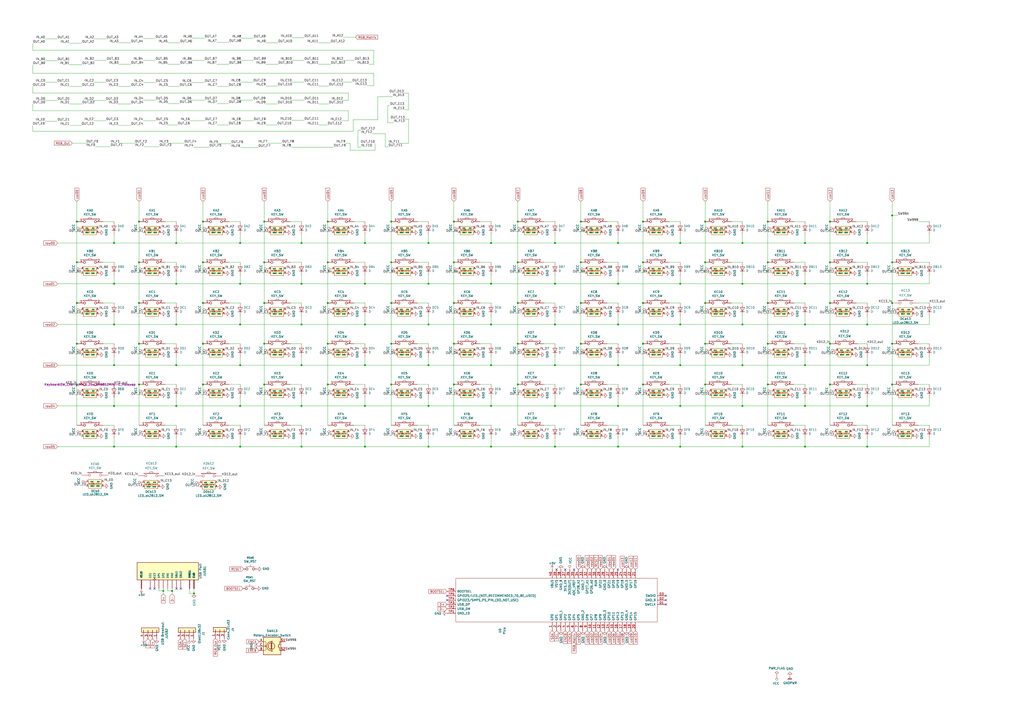
<source format=kicad_sch>
(kicad_sch (version 20230121) (generator eeschema)
  (paper "A2")
  (junction (at 211.709 140.97))
  (junction (at 190.119 152.146))
  (junction (at 503.047 188.214))
  (junction (at 517.525 175.768))
  (junction (at 284.861 211.836))
  (junction (at 44.577 223.012))
  (junction (at 174.879 259.08))
  (junction (at 430.657 259.08))
  (junction (at 409.067 223.012))
  (junction (at 372.999 223.012))
  (junction (at 174.879 164.592))
  (junction (at 102.235 235.458))
  (junction (at 466.979 235.458))
  (junction (at 44.577 128.524))
  (junction (at 394.589 164.592))
  (junction (at 372.999 175.768))
  (junction (at 211.709 259.08))
  (junction (at 336.931 223.012))
  (junction (at 430.657 140.97))
  (junction (at 503.047 140.97))
  (junction (at 300.355 128.524))
  (junction (at 372.999 199.39))
  (junction (at 358.521 164.592))
  (junction (at 139.319 211.836))
  (junction (at 321.945 188.214))
  (junction (at 263.271 199.39))
  (junction (at 190.119 223.012))
  (junction (at 190.119 128.524))
  (junction (at 226.949 223.012))
  (junction (at 117.729 199.39))
  (junction (at 358.521 188.214))
  (junction (at 248.539 164.592))
  (junction (at 300.355 199.39))
  (junction (at 409.067 128.524))
  (junction (at 66.167 164.592))
  (junction (at 284.861 140.97))
  (junction (at 226.949 128.524))
  (junction (at 445.389 199.39))
  (junction (at 517.525 223.012))
  (junction (at 263.271 223.012))
  (junction (at 430.657 211.836))
  (junction (at 80.645 175.768))
  (junction (at 481.457 152.146))
  (junction (at 80.645 223.012))
  (junction (at 503.047 164.592))
  (junction (at 336.931 199.39))
  (junction (at 358.521 235.458))
  (junction (at 153.289 199.39))
  (junction (at 248.539 259.08))
  (junction (at 80.645 128.524))
  (junction (at 481.457 175.768))
  (junction (at 44.577 175.768))
  (junction (at 226.949 175.768))
  (junction (at 517.525 152.146))
  (junction (at 409.067 152.146))
  (junction (at 263.271 152.146))
  (junction (at 117.729 223.012))
  (junction (at 248.539 188.214))
  (junction (at 445.389 223.012))
  (junction (at 190.119 199.39))
  (junction (at 284.861 188.214))
  (junction (at 80.645 152.146))
  (junction (at 139.319 235.458))
  (junction (at 117.729 152.146))
  (junction (at 445.389 128.524))
  (junction (at 211.709 188.214))
  (junction (at 80.645 199.39))
  (junction (at 44.577 152.146))
  (junction (at 248.539 235.458))
  (junction (at 409.067 175.768))
  (junction (at 174.879 188.214))
  (junction (at 394.589 140.97))
  (junction (at 284.861 259.08))
  (junction (at 481.457 199.39))
  (junction (at 66.167 259.08))
  (junction (at 102.235 164.592))
  (junction (at 466.979 188.214))
  (junction (at 321.945 164.592))
  (junction (at 153.289 223.012))
  (junction (at 321.945 235.458))
  (junction (at 211.709 211.836))
  (junction (at 139.319 259.08))
  (junction (at 372.999 128.524))
  (junction (at 174.879 235.458))
  (junction (at 336.931 128.524))
  (junction (at 466.979 140.97))
  (junction (at 174.879 140.97))
  (junction (at 336.931 152.146))
  (junction (at 321.945 259.08))
  (junction (at 358.521 211.836))
  (junction (at 503.047 235.458))
  (junction (at 190.119 175.768))
  (junction (at 153.289 128.524))
  (junction (at 445.389 175.768))
  (junction (at 153.289 152.146))
  (junction (at 66.167 188.214))
  (junction (at 263.271 128.524))
  (junction (at 153.289 175.768))
  (junction (at 102.235 188.214))
  (junction (at 466.979 164.592))
  (junction (at 517.525 124.968))
  (junction (at 503.047 259.08))
  (junction (at 300.355 223.012))
  (junction (at 117.729 128.524))
  (junction (at 284.861 235.458))
  (junction (at 445.389 152.146))
  (junction (at 66.167 235.458))
  (junction (at 321.945 211.836))
  (junction (at 394.589 235.458))
  (junction (at 211.709 235.458))
  (junction (at 481.457 128.524))
  (junction (at 503.047 211.836))
  (junction (at 394.589 259.08))
  (junction (at 102.235 211.836))
  (junction (at 174.879 211.836))
  (junction (at 466.979 259.08))
  (junction (at 321.945 140.97))
  (junction (at 466.979 211.836))
  (junction (at 263.271 175.768))
  (junction (at 358.521 259.08))
  (junction (at 226.949 152.146))
  (junction (at 226.949 199.39))
  (junction (at 248.539 211.836))
  (junction (at 300.355 152.146))
  (junction (at 248.539 140.97))
  (junction (at 284.861 164.592))
  (junction (at 139.319 164.592))
  (junction (at 430.657 188.214))
  (junction (at 102.235 259.08))
  (junction (at 99.822 342.773))
  (junction (at 394.589 188.214))
  (junction (at 481.457 223.012))
  (junction (at 66.167 140.97))
  (junction (at 336.931 175.768))
  (junction (at 358.521 140.97))
  (junction (at 300.355 175.768))
  (junction (at 394.589 211.836))
  (junction (at 211.709 164.592))
  (junction (at 372.999 152.146))
  (junction (at 112.522 344.297))
  (junction (at 517.525 199.39))
  (junction (at 430.657 164.592))
  (junction (at 44.577 199.39))
  (junction (at 430.657 235.458))
  (junction (at 139.319 188.214))
  (junction (at 117.729 175.768))
  (junction (at 409.067 199.39))
  (junction (at 94.742 342.773))
  (junction (at 139.319 140.97))
  (junction (at 66.167 211.836))
  (junction (at 102.235 140.97))
  (no_connect (at 322.834 330.327))
  (no_connect (at 259.334 345.567))
  (no_connect (at 386.334 348.107))
  (no_connect (at 386.334 345.567))
  (no_connect (at 386.334 350.647))
  (no_connect (at 327.914 330.327))
  (no_connect (at 358.394 330.327))
  (no_connect (at 259.334 348.107))
  (no_connect (at 89.662 341.503))
  (no_connect (at 104.902 341.503))
  (no_connect (at 332.994 330.327))
  (no_connect (at 87.122 341.503))
  (no_connect (at 102.362 341.503))
  (wire (pts (xy 300.355 175.768) (xy 300.355 199.39)))
  (wire (pts (xy 217.551 87.122) (xy 217.551 83.185)))
  (wire (pts (xy 66.167 136.144) (xy 66.167 140.97)))
  (wire (pts (xy 102.235 230.632) (xy 102.235 235.458)))
  (wire (pts (xy 26.289 58.293) (xy 33.274 58.293)))
  (wire (pts (xy 83.566 85.09) (xy 92.456 85.09)))
  (wire (pts (xy 54.483 47.752) (xy 61.341 47.752)))
  (wire (pts (xy 153.289 116.84) (xy 153.289 128.524)))
  (wire (pts (xy 99.822 344.551) (xy 99.822 342.773)))
  (wire (pts (xy 466.979 183.388) (xy 466.979 188.214)))
  (wire (pts (xy 33.274 22.606) (xy 26.162 22.606)))
  (wire (pts (xy 190.119 116.84) (xy 190.119 128.524)))
  (wire (pts (xy 226.949 116.84) (xy 226.949 128.524)))
  (wire (pts (xy 204.851 69.469) (xy 219.202 69.469)))
  (wire (pts (xy 226.187 61.214) (xy 224.917 61.214)))
  (wire (pts (xy 139.319 188.214) (xy 174.879 188.214)))
  (wire (pts (xy 203.073 87.122) (xy 217.551 87.122)))
  (wire (pts (xy 503.047 136.144) (xy 503.047 140.97)))
  (wire (pts (xy 394.589 230.632) (xy 394.589 235.458)))
  (wire (pts (xy 409.067 199.39) (xy 409.067 223.012)))
  (wire (pts (xy 517.525 152.146) (xy 517.525 175.768)))
  (wire (pts (xy 481.457 199.39) (xy 481.457 223.012)))
  (wire (pts (xy 236.982 69.088) (xy 236.982 83.185)))
  (wire (pts (xy 190.119 223.012) (xy 190.119 246.634)))
  (wire (pts (xy 226.949 199.39) (xy 226.949 223.012)))
  (wire (pts (xy 226.949 128.524) (xy 226.949 152.146)))
  (wire (pts (xy 168.529 246.634) (xy 174.879 246.634)))
  (wire (pts (xy 44.577 199.39) (xy 44.577 223.012)))
  (wire (pts (xy 300.355 152.146) (xy 300.355 175.768)))
  (wire (pts (xy 242.189 175.768) (xy 248.539 175.768)))
  (wire (pts (xy 110.236 70.104) (xy 118.872 70.104)))
  (wire (pts (xy 125.984 72.517) (xy 132.588 72.517)))
  (wire (pts (xy 394.589 164.592) (xy 358.521 164.592)))
  (wire (pts (xy 216.789 42.418) (xy 216.789 49.657)))
  (wire (pts (xy 111.125 58.039) (xy 118.745 58.039)))
  (wire (pts (xy 153.289 175.768) (xy 153.289 199.39)))
  (wire (pts (xy 225.298 85.217) (xy 223.52 85.217)))
  (wire (pts (xy 153.289 223.012) (xy 153.289 246.634)))
  (wire (pts (xy 284.861 259.08) (xy 248.539 259.08)))
  (wire (pts (xy 41.91 83.058) (xy 50.038 83.058)))
  (wire (pts (xy 503.047 235.458) (xy 539.115 235.458)))
  (wire (pts (xy 263.271 223.012) (xy 263.271 246.634)))
  (wire (pts (xy 184.912 72.517) (xy 189.992 72.517)))
  (wire (pts (xy 117.729 116.84) (xy 117.729 128.524)))
  (wire (pts (xy 248.539 164.592) (xy 211.709 164.592)))
  (wire (pts (xy 139.319 259.08) (xy 102.235 259.08)))
  (wire (pts (xy 358.521 136.144) (xy 358.521 140.97)))
  (wire (pts (xy 315.595 246.634) (xy 321.945 246.634)))
  (wire (pts (xy 117.729 152.146) (xy 117.729 175.768)))
  (wire (pts (xy 66.167 159.766) (xy 66.167 164.592)))
  (wire (pts (xy 207.645 85.344) (xy 209.296 85.344)))
  (wire (pts (xy 92.202 342.773) (xy 92.202 341.503)))
  (wire (pts (xy 248.539 259.08) (xy 211.709 259.08)))
  (wire (pts (xy 83.185 47.879) (xy 90.297 47.879)))
  (wire (pts (xy 372.999 128.524) (xy 372.999 152.146)))
  (wire (pts (xy 184.912 60.325) (xy 190.754 60.325)))
  (wire (pts (xy 300.355 223.012) (xy 300.355 246.634)))
  (wire (pts (xy 466.979 235.458) (xy 503.047 235.458)))
  (wire (pts (xy 242.189 246.634) (xy 248.539 246.634)))
  (wire (pts (xy 68.58 72.771) (xy 75.946 72.771)))
  (wire (pts (xy 321.945 136.144) (xy 321.945 140.97)))
  (wire (pts (xy 139.319 140.97) (xy 174.879 140.97)))
  (wire (pts (xy 139.827 35.052) (xy 147.066 35.052)))
  (wire (pts (xy 242.189 152.146) (xy 248.539 152.146)))
  (wire (pts (xy 211.709 211.836) (xy 174.879 211.836)))
  (wire (pts (xy 19.05 42.418) (xy 216.789 42.418)))
  (wire (pts (xy 424.307 199.39) (xy 430.657 199.39)))
  (wire (pts (xy 336.931 128.524) (xy 336.931 152.146)))
  (wire (pts (xy 102.235 235.458) (xy 139.319 235.458)))
  (wire (pts (xy 532.765 223.012) (xy 539.115 223.012)))
  (wire (pts (xy 19.05 25.146) (xy 19.05 29.083)))
  (wire (pts (xy 352.171 199.39) (xy 358.521 199.39)))
  (wire (pts (xy 117.729 199.39) (xy 117.729 223.012)))
  (wire (pts (xy 321.945 259.08) (xy 284.861 259.08)))
  (wire (pts (xy 263.271 116.84) (xy 263.271 128.524)))
  (wire (pts (xy 66.167 235.458) (xy 102.235 235.458)))
  (wire (pts (xy 242.189 128.524) (xy 248.539 128.524)))
  (wire (pts (xy 94.742 344.551) (xy 94.742 342.773)))
  (wire (pts (xy 321.945 211.836) (xy 284.861 211.836)))
  (wire (pts (xy 80.645 199.39) (xy 80.645 223.012)))
  (wire (pts (xy 203.073 83.058) (xy 203.073 87.122)))
  (wire (pts (xy 284.861 207.01) (xy 284.861 211.836)))
  (wire (pts (xy 153.289 199.39) (xy 153.289 223.012)))
  (wire (pts (xy 139.7 70.104) (xy 147.066 70.104)))
  (wire (pts (xy 102.235 183.388) (xy 102.235 188.214)))
  (wire (pts (xy 236.982 83.185) (xy 231.902 83.185)))
  (wire (pts (xy 358.521 211.836) (xy 321.945 211.836)))
  (wire (pts (xy 226.949 223.012) (xy 226.949 246.634)))
  (wire (pts (xy 248.539 140.97) (xy 284.861 140.97)))
  (wire (pts (xy 199.009 47.625) (xy 204.343 47.625)))
  (wire (pts (xy 139.319 230.632) (xy 139.319 235.458)))
  (wire (pts (xy 174.879 254.254) (xy 174.879 259.08)))
  (wire (pts (xy 532.765 128.524) (xy 539.115 128.524)))
  (wire (pts (xy 481.457 199.39) (xy 482.346 199.39)))
  (wire (pts (xy 460.629 128.524) (xy 466.979 128.524)))
  (wire (pts (xy 517.525 175.768) (xy 517.525 199.39)))
  (wire (pts (xy 372.999 175.768) (xy 372.999 199.39)))
  (wire (pts (xy 211.709 207.01) (xy 211.709 211.836)))
  (wire (pts (xy 139.319 159.766) (xy 139.319 164.592)))
  (wire (pts (xy 460.629 199.39) (xy 466.979 199.39)))
  (wire (pts (xy 80.645 223.012) (xy 80.645 246.634)))
  (wire (pts (xy 532.765 199.39) (xy 539.115 199.39)))
  (wire (pts (xy 154.178 37.338) (xy 161.417 37.338)))
  (wire (pts (xy 139.319 207.01) (xy 139.319 211.836)))
  (wire (pts (xy 234.315 53.975) (xy 236.982 53.975)))
  (wire (pts (xy 26.289 35.306) (xy 33.274 35.306)))
  (wire (pts (xy 430.657 207.01) (xy 430.657 211.836)))
  (wire (pts (xy 211.709 254.254) (xy 211.709 259.08)))
  (wire (pts (xy 234.823 69.088) (xy 236.982 69.088)))
  (wire (pts (xy 496.697 223.012) (xy 503.047 223.012)))
  (wire (pts (xy 97.282 342.773) (xy 97.282 341.503)))
  (wire (pts (xy 132.969 128.524) (xy 139.319 128.524)))
  (wire (pts (xy 517.525 175.768) (xy 517.652 175.768)))
  (wire (pts (xy 394.589 259.08) (xy 358.521 259.08)))
  (wire (pts (xy 284.861 140.97) (xy 321.945 140.97)))
  (wire (pts (xy 520.827 124.968) (xy 517.525 124.968)))
  (wire (pts (xy 139.319 211.836) (xy 102.235 211.836)))
  (wire (pts (xy 503.047 211.836) (xy 539.115 211.836)))
  (wire (pts (xy 388.239 152.146) (xy 394.589 152.146)))
  (wire (pts (xy 216.789 37.338) (xy 213.995 37.338)))
  (wire (pts (xy 248.539 188.214) (xy 284.861 188.214)))
  (wire (pts (xy 300.355 128.524) (xy 300.355 152.146)))
  (wire (pts (xy 18.923 76.073) (xy 204.851 76.073)))
  (wire (pts (xy 358.521 259.08) (xy 321.945 259.08)))
  (wire (pts (xy 466.979 230.632) (xy 466.979 235.458)))
  (wire (pts (xy 430.657 188.214) (xy 466.979 188.214)))
  (wire (pts (xy 168.529 128.524) (xy 174.879 128.524)))
  (wire (pts (xy 284.861 159.766) (xy 284.861 164.592)))
  (wire (pts (xy 358.521 140.97) (xy 394.589 140.97)))
  (wire (pts (xy 284.861 230.632) (xy 284.861 235.458)))
  (wire (pts (xy 226.949 175.768) (xy 226.949 199.39)))
  (wire (pts (xy 200.406 83.058) (xy 203.073 83.058)))
  (wire (pts (xy 242.189 223.012) (xy 248.539 223.012)))
  (wire (pts (xy 394.589 188.214) (xy 430.657 188.214)))
  (wire (pts (xy 174.879 140.97) (xy 211.709 140.97)))
  (wire (pts (xy 409.067 175.768) (xy 409.067 199.39)))
  (wire (pts (xy 300.355 199.39) (xy 300.355 223.012)))
  (wire (pts (xy 190.119 128.524) (xy 190.119 152.146)))
  (wire (pts (xy 59.817 246.634) (xy 66.167 246.634)))
  (wire (pts (xy 409.067 128.524) (xy 409.067 152.146)))
  (wire (pts (xy 539.115 230.632) (xy 539.115 235.458)))
  (wire (pts (xy 19.05 53.975) (xy 19.05 50.165)))
  (wire (pts (xy 99.822 342.773) (xy 97.282 342.773)))
  (wire (pts (xy 66.167 254.254) (xy 66.167 259.08)))
  (wire (pts (xy 430.657 211.836) (xy 394.589 211.836)))
  (wire (pts (xy 336.931 223.012) (xy 336.931 246.634)))
  (wire (pts (xy 248.539 235.458) (xy 284.861 235.458)))
  (wire (pts (xy 517.525 199.39) (xy 517.525 223.012)))
  (wire (pts (xy 54.61 35.052) (xy 61.849 35.052)))
  (wire (pts (xy 248.539 207.01) (xy 248.539 211.836)))
  (wire (pts (xy 503.047 259.08) (xy 539.115 259.08)))
  (wire (pts (xy 102.235 136.144) (xy 102.235 140.97)))
  (wire (pts (xy 168.91 85.344) (xy 193.548 85.344)))
  (wire (pts (xy 95.885 175.768) (xy 102.235 175.768)))
  (wire (pts (xy 503.047 230.632) (xy 503.047 235.458)))
  (wire (pts (xy 211.709 140.97) (xy 248.539 140.97)))
  (wire (pts (xy 336.931 199.39) (xy 336.931 223.012)))
  (wire (pts (xy 226.949 152.146) (xy 226.949 175.768)))
  (wire (pts (xy 315.595 152.146) (xy 321.945 152.146)))
  (wire (pts (xy 97.79 83.058) (xy 106.934 83.058)))
  (wire (pts (xy 352.171 175.768) (xy 358.521 175.768)))
  (wire (pts (xy 223.52 85.217) (xy 223.52 77.597)))
  (wire (pts (xy 372.999 116.84) (xy 372.999 128.524)))
  (wire (pts (xy 174.879 159.766) (xy 174.879 164.592)))
  (wire (pts (xy 430.657 254.254) (xy 430.657 259.08)))
  (wire (pts (xy 19.05 60.325) (xy 19.05 64.262)))
  (wire (pts (xy 132.969 152.146) (xy 139.319 152.146)))
  (wire (pts (xy 445.389 116.84) (xy 445.389 128.524)))
  (wire (pts (xy 278.511 128.524) (xy 284.861 128.524)))
  (wire (pts (xy 184.658 37.338) (xy 191.897 37.338)))
  (wire (pts (xy 204.851 69.469) (xy 204.851 76.073)))
  (wire (pts (xy 481.457 223.012) (xy 481.457 246.634)))
  (wire (pts (xy 372.999 152.146) (xy 372.999 175.768)))
  (wire (pts (xy 154.178 72.517) (xy 160.782 72.517)))
  (wire (pts (xy 372.999 199.39) (xy 372.999 223.012)))
  (wire (pts (xy 191.77 24.892) (xy 184.658 24.892)))
  (wire (pts (xy 68.58 50.165) (xy 75.946 50.165)))
  (wire (pts (xy 168.529 199.39) (xy 174.879 199.39)))
  (wire (pts (xy 496.697 246.634) (xy 503.047 246.634)))
  (wire (pts (xy 176.53 21.844) (xy 169.418 21.844)))
  (wire (pts (xy 315.595 223.012) (xy 321.945 223.012)))
  (wire (pts (xy 102.235 254.254) (xy 102.235 259.08)))
  (wire (pts (xy 394.589 136.144) (xy 394.589 140.97)))
  (wire (pts (xy 139.319 235.458) (xy 174.879 235.458)))
  (wire (pts (xy 388.239 246.634) (xy 394.589 246.634)))
  (wire (pts (xy 54.483 58.293) (xy 61.341 58.293)))
  (wire (pts (xy 66.167 207.01) (xy 66.167 211.836)))
  (wire (pts (xy 321.945 159.766) (xy 321.945 164.592)))
  (wire (pts (xy 66.167 188.214) (xy 102.235 188.214)))
  (wire (pts (xy 496.697 152.146) (xy 503.047 152.146)))
  (wire (pts (xy 95.885 152.146) (xy 102.235 152.146)))
  (wire (pts (xy 139.573 47.625) (xy 146.939 47.625)))
  (wire (pts (xy 95.885 246.634) (xy 102.235 246.634)))
  (wire (pts (xy 66.167 230.632) (xy 66.167 235.458)))
  (wire (pts (xy 55.372 85.09) (xy 64.135 85.09)))
  (wire (pts (xy 40.386 60.325) (xy 47.625 60.325)))
  (wire (pts (xy 503.047 164.592) (xy 539.115 164.592)))
  (wire (pts (xy 211.709 230.632) (xy 211.709 235.458)))
  (wire (pts (xy 539.115 136.144) (xy 539.115 140.97)))
  (wire (pts (xy 216.789 49.657) (xy 212.852 49.657)))
  (wire (pts (xy 205.359 246.634) (xy 211.709 246.634)))
  (wire (pts (xy 466.979 136.144) (xy 466.979 140.97)))
  (wire (pts (xy 26.289 47.752) (xy 33.147 47.752)))
  (wire (pts (xy 460.629 175.768) (xy 466.979 175.768)))
  (wire (pts (xy 263.271 128.524) (xy 263.271 152.146)))
  (wire (pts (xy 496.697 128.524) (xy 503.047 128.524)))
  (wire (pts (xy 202.057 70.104) (xy 198.247 70.104)))
  (wire (pts (xy 321.945 235.458) (xy 358.521 235.458)))
  (wire (pts (xy 460.629 246.634) (xy 466.979 246.634)))
  (wire (pts (xy 358.521 207.01) (xy 358.521 211.836)))
  (wire (pts (xy 211.709 164.592) (xy 174.879 164.592)))
  (wire (pts (xy 83.058 70.104) (xy 90.424 70.104)))
  (wire (pts (xy 315.595 175.768) (xy 321.945 175.768)))
  (wire (pts (xy 205.359 128.524) (xy 211.709 128.524)))
  (wire (pts (xy 90.17 22.352) (xy 83.058 22.352)))
  (wire (pts (xy 139.319 183.388) (xy 139.319 188.214)))
  (wire (pts (xy 284.861 254.254) (xy 284.861 259.08)))
  (wire (pts (xy 466.979 159.766) (xy 466.979 164.592)))
  (wire (pts (xy 248.539 254.254) (xy 248.539 259.08)))
  (wire (pts (xy 102.235 207.01) (xy 102.235 211.836)))
  (wire (pts (xy 539.115 254.254) (xy 539.115 259.08)))
  (wire (pts (xy 394.589 207.01) (xy 394.589 211.836)))
  (wire (pts (xy 466.979 259.08) (xy 503.047 259.08)))
  (wire (pts (xy 66.167 164.592) (xy 33.401 164.592)))
  (wire (pts (xy 430.657 183.388) (xy 430.657 188.214)))
  (wire (pts (xy 202.057 64.262) (xy 202.057 70.104)))
  (wire (pts (xy 61.722 22.606) (xy 54.61 22.606)))
  (wire (pts (xy 336.931 152.146) (xy 336.931 175.768)))
  (wire (pts (xy 358.521 159.766) (xy 358.521 164.592)))
  (wire (pts (xy 40.386 50.165) (xy 47.498 50.165)))
  (wire (pts (xy 40.386 72.771) (xy 47.244 72.771)))
  (wire (pts (xy 19.05 37.592) (xy 19.05 42.418)))
  (wire (pts (xy 236.982 53.975) (xy 236.982 63.754)))
  (wire (pts (xy 80.645 175.768) (xy 80.645 199.39)))
  (wire (pts (xy 248.539 211.836) (xy 211.709 211.836)))
  (wire (pts (xy 445.389 175.768) (xy 445.389 199.39)))
  (wire (pts (xy 205.359 175.768) (xy 211.709 175.768)))
  (wire (pts (xy 132.969 246.634) (xy 139.319 246.634)))
  (wire (pts (xy 66.167 140.97) (xy 102.235 140.97)))
  (wire (pts (xy 466.979 164.592) (xy 430.657 164.592)))
  (wire (pts (xy 321.945 183.388) (xy 321.945 188.214)))
  (wire (pts (xy 66.167 211.836) (xy 33.401 211.836)))
  (wire (pts (xy 66.167 140.97) (xy 33.401 140.97)))
  (wire (pts (xy 97.282 37.338) (xy 104.394 37.338)))
  (wire (pts (xy 539.115 207.01) (xy 539.115 211.836)))
  (wire (pts (xy 284.861 211.836) (xy 248.539 211.836)))
  (wire (pts (xy 199.136 21.59) (xy 206.248 21.59)))
  (wire (pts (xy 44.577 128.524) (xy 44.577 152.146)))
  (wire (pts (xy 503.047 183.388) (xy 503.047 188.214)))
  (wire (pts (xy 118.618 22.098) (xy 111.506 22.098)))
  (wire (pts (xy 102.235 211.836) (xy 66.167 211.836)))
  (wire (pts (xy 223.52 77.597) (xy 215.9 77.597)))
  (wire (pts (xy 168.529 152.146) (xy 174.879 152.146)))
  (wire (pts (xy 284.861 235.458) (xy 321.945 235.458)))
  (wire (pts (xy 44.577 116.84) (xy 44.577 128.524)))
  (wire (pts (xy 445.389 152.146) (xy 445.389 175.768)))
  (wire (pts (xy 445.389 199.39) (xy 445.389 223.012)))
  (wire (pts (xy 97.536 72.517) (xy 103.124 72.517)))
  (wire (pts (xy 102.235 188.214) (xy 139.319 188.214)))
  (wire (pts (xy 352.171 246.634) (xy 358.521 246.634)))
  (wire (pts (xy 40.259 37.592) (xy 47.625 37.592)))
  (wire (pts (xy 445.389 223.012) (xy 445.389 246.634)))
  (wire (pts (xy 336.931 175.768) (xy 336.931 199.39)))
  (wire (pts (xy 99.822 342.773) (xy 99.822 341.503)))
  (wire (pts (xy 111.379 35.052) (xy 118.618 35.052)))
  (wire (pts (xy 430.657 159.766) (xy 430.657 164.592)))
  (wire (pts (xy 466.979 211.836) (xy 430.657 211.836)))
  (wire (pts (xy 248.539 183.388) (xy 248.539 188.214)))
  (wire (pts (xy 430.657 140.97) (xy 466.979 140.97)))
  (wire (pts (xy 358.521 230.632) (xy 358.521 235.458)))
  (wire (pts (xy 242.189 199.39) (xy 248.539 199.39)))
  (wire (pts (xy 219.202 56.134) (xy 219.202 69.469)))
  (wire (pts (xy 409.067 152.146) (xy 409.067 175.768)))
  (wire (pts (xy 95.885 199.39) (xy 102.235 199.39)))
  (wire (pts (xy 80.645 128.524) (xy 80.645 152.146)))
  (wire (pts (xy 409.067 116.84) (xy 409.067 128.524)))
  (wire (pts (xy 161.29 24.892) (xy 154.178 24.892)))
  (wire (pts (xy 207.645 75.565) (xy 207.645 85.344)))
  (wire (pts (xy 153.289 128.524) (xy 153.289 152.146)))
  (wire (pts (xy 104.394 24.892) (xy 97.282 24.892)))
  (wire (pts (xy 481.457 116.84) (xy 481.457 128.524)))
  (wire (pts (xy 112.268 85.344) (xy 121.412 85.344)))
  (wire (pts (xy 155.194 83.058) (xy 163.576 83.058)))
  (wire (pts (xy 139.573 58.039) (xy 146.812 58.039)))
  (wire (pts (xy 394.589 140.97) (xy 430.657 140.97)))
  (wire (pts (xy 59.817 152.146) (xy 66.167 152.146)))
  (wire (pts (xy 388.239 175.768) (xy 394.589 175.768)))
  (wire (pts (xy 95.885 128.524) (xy 102.235 128.524)))
  (wire (pts (xy 139.319 254.254) (xy 139.319 259.08)))
  (wire (pts (xy 82.931 35.052) (xy 90.17 35.052)))
  (wire (pts (xy 352.171 152.146) (xy 358.521 152.146)))
  (wire (pts (xy 503.047 159.766) (xy 503.047 164.592)))
  (wire (pts (xy 321.945 207.01) (xy 321.945 211.836)))
  (wire (pts (xy 424.307 175.768) (xy 430.657 175.768)))
  (wire (pts (xy 321.945 254.254) (xy 321.945 259.08)))
  (wire (pts (xy 284.861 164.592) (xy 248.539 164.592)))
  (wire (pts (xy 224.917 71.12) (xy 228.219 71.12)))
  (wire (pts (xy 517.525 116.967) (xy 517.525 124.968)))
  (wire (pts (xy 132.969 175.768) (xy 139.319 175.768)))
  (wire (pts (xy 481.457 152.146) (xy 481.457 175.768)))
  (wire (pts (xy 169.291 58.039) (xy 176.53 58.039)))
  (wire (pts (xy 59.817 175.768) (xy 66.167 175.768)))
  (wire (pts (xy 424.307 246.634) (xy 430.657 246.634)))
  (wire (pts (xy 460.629 152.146) (xy 466.979 152.146)))
  (wire (pts (xy 503.047 207.01) (xy 503.047 211.836)))
  (wire (pts (xy 97.536 50.165) (xy 104.14 50.165)))
  (wire (pts (xy 199.136 35.052) (xy 205.74 35.052)))
  (wire (pts (xy 68.834 37.338) (xy 75.946 37.338)))
  (wire (pts (xy 263.271 152.146) (xy 263.271 175.768)))
  (wire (pts (xy 117.729 223.012) (xy 117.729 246.634)))
  (wire (pts (xy 248.539 159.766) (xy 248.539 164.592)))
  (wire (pts (xy 321.945 164.592) (xy 284.861 164.592)))
  (wire (pts (xy 102.235 159.766) (xy 102.235 164.592)))
  (wire (pts (xy 94.742 342.773) (xy 92.202 342.773)))
  (wire (pts (xy 321.945 140.97) (xy 358.521 140.97)))
  (wire (pts (xy 321.945 230.632) (xy 321.945 235.458)))
  (wire (pts (xy 66.167 188.214) (xy 33.401 188.214)))
  (wire (pts (xy 496.697 175.768) (xy 503.047 175.768)))
  (wire (pts (xy 466.979 188.214) (xy 503.047 188.214)))
  (wire (pts (xy 315.595 199.39) (xy 321.945 199.39)))
  (wire (pts (xy 66.167 259.08) (xy 33.401 259.08)))
  (wire (pts (xy 190.119 175.768) (xy 190.119 199.39)))
  (wire (pts (xy 315.595 128.524) (xy 321.945 128.524)))
  (wire (pts (xy 394.589 159.766) (xy 394.589 164.592)))
  (wire (pts (xy 59.817 128.524) (xy 66.167 128.524)))
  (wire (pts (xy 132.969 223.012) (xy 139.319 223.012)))
  (wire (pts (xy 532.892 175.768) (xy 539.115 175.768)))
  (wire (pts (xy 424.307 152.146) (xy 430.657 152.146)))
  (wire (pts (xy 54.356 70.104) (xy 61.468 70.104)))
  (wire (pts (xy 174.879 136.144) (xy 174.879 140.97)))
  (wire (pts (xy 174.879 183.388) (xy 174.879 188.214)))
  (wire (pts (xy 132.842 24.638) (xy 125.73 24.638)))
  (wire (pts (xy 174.879 235.458) (xy 211.709 235.458)))
  (wire (pts (xy 169.164 69.85) (xy 176.53 69.85)))
  (wire (pts (xy 358.521 188.214) (xy 394.589 188.214)))
  (wire (pts (xy 59.817 223.012) (xy 66.167 223.012)))
  (wire (pts (xy 211.709 259.08) (xy 174.879 259.08)))
  (wire (pts (xy 466.979 259.08) (xy 430.657 259.08)))
  (wire (pts (xy 102.235 259.08) (xy 66.167 259.08)))
  (wire (pts (xy 321.945 188.214) (xy 358.521 188.214)))
  (wire (pts (xy 66.167 183.388) (xy 66.167 188.214)))
  (wire (pts (xy 219.202 56.134) (xy 227.711 56.134)))
  (wire (pts (xy 248.539 230.632) (xy 248.539 235.458)))
  (wire (pts (xy 481.457 175.768) (xy 481.457 199.39)))
  (wire (pts (xy 460.629 223.012) (xy 466.979 223.012)))
  (wire (pts (xy 174.879 211.836) (xy 139.319 211.836)))
  (wire (pts (xy 394.589 183.388) (xy 394.589 188.214)))
  (wire (pts (xy 211.709 136.144) (xy 211.709 140.97)))
  (wire (pts (xy 300.355 116.84) (xy 300.355 128.524)))
  (wire (pts (xy 202.057 53.975) (xy 19.05 53.975)))
  (wire (pts (xy 430.657 230.632) (xy 430.657 235.458)))
  (wire (pts (xy 284.861 136.144) (xy 284.861 140.97)))
  (wire (pts (xy 372.999 223.012) (xy 372.999 246.634)))
  (wire (pts (xy 102.235 164.592) (xy 66.167 164.592)))
  (wire (pts (xy 174.879 259.08) (xy 139.319 259.08)))
  (wire (pts (xy 278.511 175.768) (xy 284.861 175.768)))
  (wire (pts (xy 424.307 128.524) (xy 430.657 128.524)))
  (wire (pts (xy 278.511 152.146) (xy 284.861 152.146)))
  (wire (pts (xy 388.239 199.39) (xy 394.589 199.39)))
  (wire (pts (xy 112.522 344.297) (xy 109.982 344.297)))
  (wire (pts (xy 424.307 223.012) (xy 430.657 223.012)))
  (wire (pts (xy 481.457 128.524) (xy 481.457 152.146)))
  (wire (pts (xy 503.047 254.254) (xy 503.047 259.08)))
  (wire (pts (xy 147.066 22.098) (xy 139.954 22.098)))
  (wire (pts (xy 202.057 58.166) (xy 202.057 53.975)))
  (wire (pts (xy 284.861 188.214) (xy 321.945 188.214)))
  (wire (pts (xy 211.709 159.766) (xy 211.709 164.592)))
  (wire (pts (xy 153.289 152.146) (xy 153.289 175.768)))
  (wire (pts (xy 216.789 29.083) (xy 216.789 37.338)))
  (wire (pts (xy 59.817 199.39) (xy 66.167 199.39)))
  (wire (pts (xy 352.171 223.012) (xy 358.521 223.012)))
  (wire (pts (xy 80.645 152.146) (xy 80.645 175.768)))
  (wire (pts (xy 284.861 183.388) (xy 284.861 188.214)))
  (wire (pts (xy 517.525 223.012) (xy 517.525 246.634)))
  (wire (pts (xy 19.05 29.083) (xy 216.789 29.083)))
  (wire (pts (xy 190.119 152.146) (xy 190.119 175.768)))
  (wire (pts (xy 466.979 140.97) (xy 503.047 140.97)))
  (wire (pts (xy 44.577 152.146) (xy 44.577 175.768)))
  (wire (pts (xy 358.521 254.254) (xy 358.521 259.08)))
  (wire (pts (xy 117.729 175.768) (xy 117.729 199.39)))
  (wire (pts (xy 169.291 47.625) (xy 176.403 47.625)))
  (wire (pts (xy 466.979 164.592) (xy 503.047 164.592)))
  (wire (pts (xy 111.125 47.879) (xy 118.745 47.879)))
  (wire (pts (xy 83.185 58.039) (xy 90.297 58.039)))
  (wire (pts (xy 139.319 164.592) (xy 102.235 164.592)))
  (wire (pts (xy 69.596 83.058) (xy 78.232 83.058)))
  (wire (pts (xy 205.359 199.39) (xy 211.709 199.39)))
  (wire (pts (xy 394.589 211.836) (xy 358.521 211.836)))
  (wire (pts (xy 532.765 246.634) (xy 539.115 246.634)))
  (wire (pts (xy 125.984 50.165) (xy 132.588 50.165)))
  (wire (pts (xy 26.162 70.358) (xy 33.274 70.358)))
  (wire (pts (xy 466.979 254.254) (xy 466.979 259.08)))
  (wire (pts (xy 539.115 183.388) (xy 539.115 188.214)))
  (wire (pts (xy 394.589 254.254) (xy 394.589 259.08)))
  (wire (pts (xy 66.167 235.458) (xy 33.401 235.458)))
  (wire (pts (xy 211.709 188.214) (xy 248.539 188.214)))
  (wire (pts (xy 117.729 128.524) (xy 117.729 152.146)))
  (wire (pts (xy 503.047 140.97) (xy 539.115 140.97)))
  (wire (pts (xy 539.115 159.766) (xy 539.115 164.592)))
  (wire (pts (xy 394.589 235.458) (xy 430.657 235.458)))
  (wire (pts (xy 211.709 183.388) (xy 211.709 188.214)))
  (wire (pts (xy 125.984 60.071) (xy 132.715 60.071)))
  (wire (pts (xy 19.05 64.262) (xy 202.057 64.262)))
  (wire (pts (xy 75.946 24.892) (xy 68.834 24.892)))
  (wire (pts (xy 47.498 25.146) (xy 40.386 25.146)))
  (wire (pts (xy 466.979 207.01) (xy 466.979 211.836)))
  (wire (pts (xy 352.171 128.524) (xy 358.521 128.524)))
  (wire (pts (xy 336.931 116.84) (xy 336.931 128.524)))
  (wire (pts (xy 95.885 223.012) (xy 102.235 223.012)))
  (wire (pts (xy 168.529 223.012) (xy 174.879 223.012)))
  (wire (pts (xy 174.879 188.214) (xy 211.709 188.214)))
  (wire (pts (xy 18.923 72.644) (xy 18.923 76.073)))
  (wire (pts (xy 174.879 207.01) (xy 174.879 211.836)))
  (wire (pts (xy 139.446 85.598) (xy 149.86 85.598)))
  (wire (pts (xy 388.239 223.012) (xy 394.589 223.012)))
  (wire (pts (xy 112.522 344.297) (xy 112.522 341.503)))
  (wire (pts (xy 184.912 49.911) (xy 190.754 49.911)))
  (wire (pts (xy 205.359 152.146) (xy 211.709 152.146)))
  (wire (pts (xy 94.742 342.773) (xy 94.742 341.503)))
  (wire (pts (xy 430.657 259.08) (xy 394.589 259.08)))
  (wire (pts (xy 205.359 223.012) (xy 211.709 223.012)))
  (wire (pts (xy 445.389 128.524) (xy 445.389 152.146)))
  (wire (pts (xy 102.235 140.97) (xy 139.319 140.97)))
  (wire (pts (xy 278.511 199.39) (xy 284.861 199.39)))
  (wire (pts (xy 224.917 61.214) (xy 224.917 71.12)))
  (wire (pts (xy 154.178 60.325) (xy 161.036 60.325)))
  (wire (pts (xy 109.982 344.297) (xy 109.982 341.503)))
  (wire (pts (xy 126.619 83.312) (xy 134.112 83.312)))
  (wire (pts (xy 503.047 188.214) (xy 539.115 188.214)))
  (wire (pts (xy 169.418 35.052) (xy 176.53 35.052)))
  (wire (pts (xy 209.296 75.565) (xy 207.645 75.565)))
  (wire (pts (xy 466.979 211.836) (xy 503.047 211.836)))
  (wire (pts (xy 358.521 183.388) (xy 358.521 188.214)))
  (wire (pts (xy 278.511 246.634) (xy 284.861 246.634)))
  (wire (pts (xy 80.645 116.84) (xy 80.645 128.524)))
  (wire (pts (xy 430.657 235.458) (xy 466.979 235.458)))
  (wire (pts (xy 97.536 60.071) (xy 104.14 60.071)))
  (wire (pts (xy 68.58 60.325) (xy 75.946 60.325)))
  (wire (pts (xy 168.529 175.768) (xy 174.879 175.768)))
  (wire (pts (xy 174.879 164.592) (xy 139.319 164.592)))
  (wire (pts (xy 139.319 136.144) (xy 139.319 140.97)))
  (wire (pts (xy 199.009 58.166) (xy 202.057 58.166)))
  (wire (pts (xy 154.178 49.911) (xy 161.036 49.911)))
  (wire (pts (xy 430.657 164.592) (xy 394.589 164.592)))
  (wire (pts (xy 236.982 63.754) (xy 234.569 63.754)))
  (wire (pts (xy 125.73 37.338) (xy 132.842 37.338)))
  (wire (pts (xy 278.511 223.012) (xy 284.861 223.012)))
  (wire (pts (xy 532.765 152.146) (xy 539.115 152.146)))
  (wire (pts (xy 44.577 175.768) (xy 44.577 199.39)))
  (wire (pts (xy 263.271 175.768) (xy 263.271 199.39)))
  (wire (pts (xy 430.657 136.144) (xy 430.657 140.97)))
  (wire (pts (xy 497.586 199.39) (xy 503.047 199.39)))
  (wire (pts (xy 174.879 230.632) (xy 174.879 235.458)))
  (wire (pts (xy 409.067 223.012) (xy 409.067 246.634)))
  (wire (pts (xy 190.119 199.39) (xy 190.119 223.012)))
  (wire (pts (xy 211.709 235.458) (xy 248.539 235.458)))
  (wire (pts (xy 388.239 128.524) (xy 394.589 128.524)))
  (wire (pts (xy 248.539 136.144) (xy 248.539 140.97)))
  (wire (pts (xy 358.521 164.592) (xy 321.945 164.592)))
  (wire (pts (xy 358.521 235.458) (xy 394.589 235.458)))
  (wire (pts (xy 44.577 223.012) (xy 44.577 246.634)))
  (wire (pts (xy 132.969 199.39) (xy 139.319 199.39)))
  (wire (pts (xy 517.525 124.968) (xy 517.525 152.146)))
  (wire (pts (xy 263.271 199.39) (xy 263.271 223.012)))
  (label "IN_B3" (at 165.989 155.956 0))
  (label "OUT_D13" (at 234.315 53.975 180))
  (label "OUT_D12" (at 190.754 60.325 0))
  (label "IN_E3" (at 68.58 72.771 180))
  (label "OUT_A7" (at 302.895 134.874 180))
  (label "OUT_D11" (at 447.929 205.74 180))
  (label "IN_E5" (at 239.649 226.822 0))
  (label "OUT_D0" (at 19.05 60.325 0))
  (label "IN_D12" (at 495.046 203.2 0))
  (label "OUT_B9" (at 375.539 158.496 180))
  (label "IN_D1" (at 93.345 203.2 0))
  (label "OUT_E9" (at 147.066 70.104 0))
  (label "IN_B12" (at 494.157 155.956 0))
  (label "IN_D7" (at 125.984 60.071 180))
  (label "OUT_D7" (at 118.745 58.039 0))
  (label "OUT_E1" (at 83.185 229.362 180))
  (label "IN_A12" (at 494.157 132.334 0))
  (label "OUT_E5" (at 90.424 70.104 0))
  (label "IN_F12" (at 215.9 77.597 180))
  (label "OUT_C5" (at 229.489 182.118 180))
  (label "IN_C4" (at 202.819 179.578 0))
  (label "OUT_A2" (at 120.269 134.874 180))
  (label "IN_F6" (at 275.971 250.444 0))
  (label "IN_C6" (at 275.971 179.578 0))
  (label "IN_A9" (at 154.178 24.892 180))
  (label "OUT_A9" (at 375.539 134.874 180))
  (label "OUT_E6" (at 265.811 229.362 180))
  (label "OUT_D3" (at 155.829 205.74 180))
  (label "IN_B0" (at 26.289 35.306 180))
  (label "IN_F4" (at 202.819 250.444 0))
  (label "IN_F1" (at 69.596 83.058 180))
  (label "IN_D3" (at 165.989 203.2 0))
  (label "IN_F5" (at 239.649 250.444 0))
  (label "OUT_C8" (at 339.471 182.118 180))
  (label "OUT_C12" (at 483.997 182.118 180))
  (label "OUT_D4" (at 192.659 205.74 180))
  (label "OUT_F6" (at 265.811 252.984 180))
  (label "IN_C8" (at 349.631 179.578 0))
  (label "OUT_A12" (at 483.997 134.874 180))
  (label "OUT_D5" (at 229.489 205.74 180))
  (label "OUT_A10" (at 161.29 24.892 0))
  (label "IN_E11" (at 458.089 226.822 0))
  (label "OUT_C13" (at 82.677 282.321 180))
  (label "IN_D4" (at 202.819 203.2 0))
  (label "OUT_C10" (at 161.036 49.911 0))
  (label "OUT_A0" (at 19.05 25.146 0))
  (label "OUT_E7" (at 302.895 229.362 180))
  (label "OUT_F3" (at 155.829 252.984 180))
  (label "IN_E7" (at 313.055 226.822 0))
  (label "OUT_E0" (at 47.117 229.362 180))
  (label "OUT_E0" (at 18.923 72.644 0))
  (label "OUT_A0" (at 47.117 134.874 180))
  (label "KE0_out" (at 62.738 275.59 0))
  (label "IN_A12" (at 199.136 21.59 180))
  (label "IN_A10" (at 421.767 132.334 0))
  (label "IN_F8" (at 168.91 85.344 180))
  (label "OUT_B10" (at 411.607 158.496 180))
  (label "IN_D11" (at 458.089 203.2 0))
  (label "OUT_B1" (at 33.274 35.306 0))
  (label "IN_B1" (at 93.345 155.956 0))
  (label "OUT_C7" (at 118.745 47.879 0))
  (label "IN_E0" (at 26.162 70.358 180))
  (label "IN_B11" (at 458.089 155.956 0))
  (label "OUT_B1" (at 83.185 158.496 180))
  (label "IN_A0" (at 26.162 22.606 180))
  (label "OUT_B10" (at 161.417 37.338 0))
  (label "IN_B6" (at 111.379 35.052 180))
  (label "OUT_F4" (at 192.659 252.984 180))
  (label "IN_B6" (at 275.971 155.956 0))
  (label "OUT_E8" (at 339.471 229.362 180))
  (label "IN_E0" (at 60.198 279.4 0))
  (label "IN_F4" (at 112.268 85.344 180))
  (label "IN_A7" (at 125.73 24.638 180))
  (label "IN_B2" (at 130.429 155.956 0))
  (label "IN_E7" (at 125.984 72.517 180))
  (label "OUT_C4" (at 75.946 50.165 0))
  (label "OUT_F8" (at 163.576 83.058 0))
  (label "IN_C5" (at 97.536 50.165 180))
  (label "IN_E6" (at 275.971 226.822 0))
  (label "IN_B13" (at 213.995 37.338 180))
  (label "IN_F11" (at 458.089 250.444 0))
  (label "IN_F12" (at 494.157 250.444 0))
  (label "OUT_E7" (at 118.872 70.104 0))
  (label "IN_B2" (at 54.61 35.052 180))
  (label "OUT_F2" (at 120.269 252.984 180))
  (label "OUT_D6" (at 265.811 205.74 180))
  (label "OUT_A4" (at 192.659 134.874 180))
  (label "OUT_D5" (at 90.297 58.039 0))
  (label "IN_D10" (at 421.767 203.2 0))
  (label "OUT_B12" (at 191.897 37.338 0))
  (label "IN_B10" (at 169.418 35.052 180))
  (label "OUT_F0" (at 47.117 252.984 180))
  (label "IN_C9" (at 385.699 179.578 0))
  (label "IN_F2" (at 130.429 250.444 0))
  (label "OUT_C4" (at 192.659 182.118 180))
  (label "IN_A8" (at 349.631 132.334 0))
  (label "IN_E10" (at 169.164 69.85 180))
  (label "IN_E9" (at 385.699 226.822 0))
  (label "IN_C1" (at 40.386 50.165 180))
  (label "IN_D0" (at 57.277 203.2 0))
  (label "IN_A8" (at 139.954 22.098 180))
  (label "KD12_out" (at 128.651 276.098 0))
  (label "OUT_E13" (at 520.065 229.362 180))
  (label "OUT_A6" (at 104.394 24.892 0))
  (label "IN_C7" (at 313.055 179.578 0))
  (label "IN_D11" (at 184.912 60.325 180))
  (label "OUT_C5" (at 90.297 47.879 0))
  (label "IN_C12" (at 199.009 47.625 180))
  (label "IN_E4" (at 202.819 226.822 0))
  (label "OUT_C0" (at 47.117 182.118 180))
  (label "IN_F5" (at 126.619 83.312 180))
  (label "IN_F8" (at 349.631 250.444 0))
  (label "IN_F3" (at 165.989 250.444 0))
  (label "IN_C10" (at 421.767 179.578 0))
  (label "OUT_D12" (at 115.951 282.448 180))
  (label "OUT_E8" (at 132.588 72.517 0))
  (label "OUT_C1" (at 33.147 47.752 0))
  (label "IN_E12" (at 494.157 226.822 0))
  (label "IN_F3" (at 97.79 83.058 180))
  (label "OUT_A11" (at 447.929 134.874 180))
  (label "IN_D4" (at 83.185 58.039 180))
  (label "OUT_E11" (at 447.929 229.362 180))
  (label "OUT_E2" (at 120.269 229.362 180))
  (label "IN_A4" (at 83.058 22.352 180))
  (label "OUT_B11" (at 447.929 158.496 180))
  (label "OUT_E0" (at 50.038 281.94 180))
  (label "KC13_in" (at 517.525 175.768 180))
  (label "OUT_B13" (at 520.065 158.496 180))
  (label "OUT_D2" (at 47.625 60.325 0))
  (label "OUT_B3" (at 155.829 158.496 180))
  (label "OUT_C2" (at 47.498 50.165 0))
  (label "IN_E10" (at 421.767 226.822 0))
  (label "IN_C8" (at 139.573 47.625 180))
  (label "IN_A11" (at 184.658 24.892 180))
  (label "IN_B3" (at 68.834 37.338 180))
  (label "KD12_in" (at 481.457 199.39 180))
  (label "IN_B5" (at 97.282 37.338 180))
  (label "IN_C13" (at 530.352 179.578 0))
  (label "IN_A2" (at 54.61 22.606 180))
  (label "IN_D6" (at 111.125 58.039 180))
  (label "OUT_B4" (at 192.659 158.496 180))
  (label "IN_D9" (at 385.699 203.2 0))
  (label "OUT_C8" (at 132.588 50.165 0))
  (label "OUT_D12" (at 484.886 205.74 180))
  (label "IN_E9" (at 154.178 72.517 180))
  (label "OUT_B0" (at 47.117 158.496 180))
  (label "OUT_E4" (at 192.659 229.362 180))
  (label "OUT_A1" (at 33.274 22.606 0))
  (label "OUT_D0" (at 47.117 205.74 180))
  (label "OUT_F4" (at 106.934 83.058 0))
  (label "IN_B7" (at 125.73 37.338 180))
  (label "IN_A9" (at 385.699 132.334 0))
  (label "OUT_B5" (at 229.489 158.496 180))
  (label "IN_D12" (at 199.009 58.166 180))
  (label "IN_A3" (at 165.989 132.334 0))
  (label "OUT_C6" (at 265.811 182.118 180))
  (label "IN_C6" (at 111.125 47.879 180))
  (label "OUT_F8" (at 339.471 252.984 180))
  (label "IN_E1" (at 40.386 72.771 180))
  (label "IN_E6" (at 110.236 70.104 180))
  (label "OUT_B12" (at 483.997 158.496 180))
  (label "OUT_A10" (at 411.607 134.874 180))
  (label "OUT_A4" (at 75.946 24.892 0))
  (label "OUT_C13" (at 520.192 182.118 180))
  (label "IN_F10" (at 209.296 85.344 0))
  (label "OUT_B9" (at 147.066 35.052 0))
  (label "OUT_D1" (at 83.185 205.74 180))
  (label "IN_E11" (at 184.912 72.517 180))
  (label "IN_C2" (at 54.483 47.752 180))
  (label "OUT_D10" (at 161.036 60.325 0))
  (label "IN_D0" (at 26.289 58.293 180))
  (label "OUT_D7" (at 302.895 205.74 180))
  (label "IN_D6" (at 275.971 203.2 0))
  (label "OUT_E9" (at 375.539 229.362 180))
  (label "OUT_C7" (at 302.895 182.118 180))
  (label "OUT_A2" (at 47.498 25.146 0))
  (label "OUT_A8" (at 132.842 24.638 0))
  (label "KE0_out" (at 66.167 223.012 0))
  (label "IN_E5" (at 97.536 72.517 180))
  (label "OUT_C9" (at 375.539 182.118 180))
  (label "OUT_F0" (at 50.038 83.058 0))
  (label "IN_C7" (at 125.984 50.165 180))
  (label "OUT_E2" (at 47.244 72.771 0))
  (label "IN_E1" (at 93.345 226.822 0))
  (label "IN_F9" (at 200.406 83.058 180))
  (label "OUT_A9" (at 147.066 22.098 0))
  (label "OUT_E13" (at 226.187 61.214 0))
  (label "OUT_E4" (at 75.946 72.771 0))
  (label "OUT_D3" (at 61.341 58.293 0))
  (label "OUT_C10" (at 411.607 182.118 180))
  (label "IN_F6" (at 139.446 85.598 180))
  (label "IN_D7" (at 313.055 203.2 0))
  (label "IN_A11" (at 458.089 132.334 0))
  (label "IN_C12" (at 494.157 179.578 0))
  (label "OUT_F13" (at 234.823 69.088 180))
  (label "KE0_in" (at 44.577 223.012 180))
  (label "OUT_B8" (at 132.842 37.338 0))
  (label "IN_F7" (at 155.194 83.058 180))
  (label "OUT_D2" (at 120.269 205.74 180))
  (label "IN_A5" (at 239.649 132.334 0))
  (label "SW99B" (at 165.481 372.237 0))
  (label "OUT_F5" (at 229.489 252.984 180))
  (label "IN_E8" (at 349.631 226.822 0))
  (label "OUT_A8" (at 339.471 134.874 180))
  (label "IN_E4" (at 83.058 70.104 180))
  (label "KC13_out" (at 95.377 275.971 0))
  (label "OUT_D8" (at 132.715 60.071 0))
  (label "IN_C5" (at 239.649 179.578 0))
  (label "SW99B" (at 532.765 128.524 180))
  (label "SW99A" (at 520.827 124.968 0))
  (label "OUT_F5" (at 121.412 85.344 0))
  (label "IN_E8" (at 139.7 70.104 180))
  (label "IN_A1" (at 93.345 132.334 0))
  (label "IN_B9" (at 385.699 155.956 0))
  (label "OUT_F2" (at 78.232 83.058 0))
  (label "OUT_F10" (at 217.551 83.185 180))
  (label "OUT_A5" (at 229.489 134.874 180))
  (label "OUT_D1" (at 33.274 58.293 0))
  (label "IN_B8" (at 139.827 35.052 180))
  (label "IN_C0" (at 26.289 47.752 180))
  (label "OUT_B6" (at 104.394 37.338 0))
  (label "SW99A" (at 165.481 377.317 0))
  (label "IN_F10" (at 421.767 250.444 0))
  (label "OUT_B11" (at 176.53 35.052 0))
  (label "OUT_A7" (at 118.618 22.098 0))
  (label "OUT_D13" (at 520.065 205.74 180))
  (label "IN_E2" (at 54.356 70.104 180))
  (label "OUT_E12" (at 189.992 72.517 0))
  (label "OUT_C13" (at 204.343 47.625 0))
  (label "IN_B11" (at 184.658 37.338 180))
  (label "IN_E13" (at 234.569 63.754 180))
  (label "OUT_B13" (at 205.74 35.052 0))
  (label "IN_D5" (at 97.536 60.071 180))
  (label "KD12_out" (at 503.047 199.39 0))
  (label "IN_C11" (at 458.089 179.578 0))
  (label "OUT_E10" (at 411.607 229.362 180))
  (label "OUT_E1" (at 33.274 70.358 0))
  (label "OUT_D9" (at 375.539 205.74 180))
  (label "OUT_C3" (at 155.829 182.118 180))
  (label "OUT_D11" (at 176.53 58.039 0))
  (label "OUT_E10" (at 160.782 72.517 0))
  (label "OUT_F1" (at 83.185 252.984 180))
  (label "OUT_A12" (at 191.77 24.892 0))
  (label "IN_B8" (at 349.631 155.956 0))
  (label "IN_D8" (at 139.573 58.039 180))
  (label "OUT_F10" (at 411.607 252.984 180))
  (label "IN_C3" (at 165.989 179.578 0))
  (label "OUT_F6" (at 134.112 83.312 0))
  (label "IN_D13" (at 530.225 203.2 0))
  (label "OUT_C11" (at 447.929 182.118 180))
  (label "IN_F0" (at 55.372 85.09 180))
  (label "OUT_B2" (at 120.269 158.496 180))
  (label "OUT_A5" (at 90.17 22.352 0))
  (label "IN_A4" (at 202.819 132.334 0))
  (label "OUT_B5" (at 90.17 35.052 0))
  (label "OUT_B7" (at 302.895 158.496 180))
  (label "IN_E0" (at 57.277 226.822 0))
  (label "IN_E12" (at 198.247 70.104 180))
  (label "IN_F0" (at 57.277 250.444 0))
  (label "IN_B4" (at 82.931 35.052 180))
  (label "KC13_out" (at 539.115 175.768 0))
  (label "IN_F13" (at 228.219 71.12 0))
  (label "OUT_E5" (at 229.489 229.362 180))
  (label "IN_B12" (at 199.136 35.052 180))
  (label "OUT_F7" (at 302.895 252.984 180))
  (label "IN_C13" (at 92.837 279.781 0))
  (label "OUT_F9" (at 193.548 85.344 0))
  (label "OUT_E11" (at 176.53 69.85 0))
  (label "IN_D3" (at 68.58 60.325 180))
  (label "OUT_F11" (at 447.929 252.984 180))
  (label "IN_F7" (at 313.055 250.444 0))
  (label "IN_F11" (at 231.902 83.185 180))
  (label "OUT_F12" (at 209.296 75.565 0))
  (label "OUT_A6" (at 265.811 134.874 180))
  (label "OUT_B2" (at 47.625 37.592 0))
  (label "OUT_F3" (at 92.456 85.09 0))
  (label "OUT_B6" (at 265.811 158.496 180))
  (label "IN_C0" (at 57.277 179.578 0))
  (label "KC13_in" (at 80.137 275.971 180))
  (label "OUT_D10" (at 411.607 205.74 180))
  (label "OUT_A3" (at 61.722 22.606 0))
  (label "IN_A1" (at 40.386 25.146 180))
  (label "IN_A6" (at 275.971 132.334 0))
  (label "OUT_F13" (at 520.065 252.984 180))
  (label "IN_A0" (at 57.277 132.334 0))
  (label "OUT_C2" (at 120.269 182.118 180))
  (label "OUT_C0" (at 19.05 50.165 0))
  (label "OUT_C11" (at 176.403 47.625 0))
  (label "OUT_F12" (at 483.997 252.984 180))
  (label "OUT_F1" (at 64.135 85.09 0))
  (label "OUT_A1" (at 83.185 134.874 180))
  (label "OUT_F11" (at 225.298 85.217 0))
  (label "OUT_E12" (at 483.997 229.362 180))
  (label "IN_B0" (at 57.277 155.956 0))
  (label "IN_C11" (at 184.912 49.911 180))
  (label "IN_E3" (at 165.989 226.822 0))
  (label "IN_B13" (at 530.225 155.956 0))
  (label "IN_C1" (at 93.345 179.578 0))
  (label "IN_C13" (at 212.852 49.657 180))
  (label "IN_B1" (at 40.259 37.592 180))
  (label "IN_E13" (at 530.225 226.822 0))
  (label "IN_F1" (at 93.345 250.444 0))
  (label "IN_A6" (at 111.506 22.098 180))
  (label "IN_C3" (at 68.58 50.165 180))
  (label "OUT_A3" (at 155.829 134.874 180))
  (label "IN_F13" (at 530.225 250.444 0))
  (label "OUT_F7" (at 149.86 85.598 0))
  (label "OUT_F9" (at 375.539 252.984 180))
  (label "OUT_C9" (at 146.939 47.625 0))
  (label "IN_C9" (at 154.178 49.911 180))
  (label "IN_A2" (at 130.429 132.334 0))
  (label "IN_D10" (at 169.291 58.039 180))
  (label "OUT_D6" (at 104.14 60.071 0))
  (label "KD12_in" (at 113.411 276.098 180))
  (label "OUT_C1" (at 83.185 182.118 180))
  (label "OUT_B0" (at 19.05 37.592 0))
  (label "IN_C4" (at 83.185 47.879 180))
  (label "OUT_E3" (at 155.829 229.362 180))
  (label "IN_D9" (at 154.178 60.325 180))
  (label "OUT_E6" (at 103.124 72.517 0))
  (label "OUT_D9" (at 146.812 58.039 0))
  (label "IN_A7" (at 313.055 132.334 0))
  (label "IN_D12" (at 126.111 279.908 0))
  (label "IN_D1" (at 40.386 60.325 180))
  (label "IN_B4" (at 202.819 155.956 0))
  (label "IN_B5" (at 239.649 155.956 0))
  (label "IN_A3" (at 68.834 24.892 180))
  (label "OUT_B4" (at 75.946 37.338 0))
  (label "IN_A5" (at 97.282 24.892 180))
  (label "IN_A10" (at 169.418 21.844 180))
  (label "IN_F9" (at 385.699 250.444 0))
  (label "IN_C10" (at 169.291 47.625 180))
  (label "KE0_in" (at 47.498 275.59 180))
  (label "OUT_D8" (at 339.471 205.74 180))
  (label "IN_D2" (at 130.429 203.2 0))
  (label "IN_F2" (at 83.566 85.09 180))
  (label "IN_B10" (at 421.767 155.956 0))
  (label "IN_D5" (at 239.649 203.2 0))
  (label "OUT_B7" (at 118.618 35.052 0))
  (label "IN_B7" (at 313.055 155.956 0))
  (label "OUT_E3" (at 61.468 70.104 0))
  (label "OUT_B3" (at 61.849 35.052 0))
  (label "OUT_C3" (at 61.341 47.752 0))
  (label "IN_D13" (at 227.711 56.134 0))
  (label "IN_B9" (at 154.178 37.338 180))
  (label "IN_C2" (at 130.429 179.578 0))
  (label "IN_E2" (at 130.429 226.822 0))
  (label "OUT_C12" (at 190.754 49.911 0))
  (label "IN_D8" (at 349.631 203.2 0))
  (label "OUT_D4" (at 75.946 60.325 0))
  (label "OUT_B8" (at 339.471 158.496 180))
  (label "OUT_C6" (at 104.14 50.165 0))
  (label "OUT_A11" (at 176.53 21.844 0))
  (label "IN_D2" (at 54.483 58.293 180))
  (global_label "col06" (shape input) (at 355.854 365.887 270) (property "Intersheetrefs" "${INTERSHEET_REFS}" (effects hide)))
  (global_label "col01" (shape input) (at 80.645 116.84 90) (property "Intersheetrefs" "${INTERSHEET_REFS}" (effects hide)))
  (global_label "col00" (shape input) (at 335.534 365.887 270) (property "Intersheetrefs" "${INTERSHEET_REFS}" (effects hide)))
  (global_label "col00" (shape input) (at 44.577 116.84 90) (property "Intersheetrefs" "${INTERSHEET_REFS}" (effects hide)))
  (global_label "col10" (shape input) (at 368.554 365.887 270) (property "Intersheetrefs" "${INTERSHEET_REFS}" (effects hide)))
  (global_label "col11" (shape input) (at 445.389 116.84 90) (property "Intersheetrefs" "${INTERSHEET_REFS}" (effects hide)))
  (global_label "col12" (shape input) (at 366.014 330.327 90) (property "Intersheetrefs" "${INTERSHEET_REFS}" (effects hide)))
  (global_label "ENCA" (shape input) (at 330.454 365.887 270) (property "Intersheetrefs" "${INTERSHEET_REFS}" (effects hide)))
  (global_label "col02" (shape input) (at 343.154 365.887 270) (property "Intersheetrefs" "${INTERSHEET_REFS}" (effects hide)))
  (global_label "row05" (shape input) (at 355.854 330.327 90) (property "Intersheetrefs" "${INTERSHEET_REFS}" (effects hide)))
  (global_label "row03" (shape input) (at 348.234 330.327 90) (property "Intersheetrefs" "${INTERSHEET_REFS}" (effects hide)))
  (global_label "col06" (shape input) (at 263.271 116.84 90) (property "Intersheetrefs" "${INTERSHEET_REFS}" (effects hide)))
  (global_label "col11" (shape input) (at 368.554 330.327 90) (property "Intersheetrefs" "${INTERSHEET_REFS}" (effects hide)))
  (global_label "row04" (shape input) (at 33.401 235.458 180) (property "Intersheetrefs" "${INTERSHEET_REFS}" (effects hide)))
  (global_label "D-" (shape input) (at 99.822 344.551 270) (property "Intersheetrefs" "${INTERSHEET_REFS}" (effects hide)))
  (global_label "col10" (shape input) (at 409.067 116.84 90) (property "Intersheetrefs" "${INTERSHEET_REFS}" (effects hide)))
  (global_label "RGB_Out" (shape input) (at 41.91 83.058 180) (property "Intersheetrefs" "${INTERSHEET_REFS}" (effects hide)))
  (global_label "col13" (shape input) (at 360.934 330.327 90) (property "Intersheetrefs" "${INTERSHEET_REFS}" (effects hide)))
  (global_label "D+" (shape input) (at 88.392 370.586 270) (property "Intersheetrefs" "${INTERSHEET_REFS}" (effects hide)))
  (global_label "col01" (shape input) (at 340.614 365.887 270) (property "Intersheetrefs" "${INTERSHEET_REFS}" (effects hide)))
  (global_label "col08" (shape input) (at 360.934 365.887 270) (property "Intersheetrefs" "${INTERSHEET_REFS}" (effects hide)))
  (global_label "col07" (shape input) (at 300.355 116.84 90) (property "Intersheetrefs" "${INTERSHEET_REFS}" (effects hide)))
  (global_label "SDA" (shape input) (at 320.294 365.887 270) (property "Intersheetrefs" "${INTERSHEET_REFS}" (effects hide)))
  (global_label "col09" (shape input) (at 372.999 116.84 90) (property "Intersheetrefs" "${INTERSHEET_REFS}" (effects hide)))
  (global_label "RGB_Matrix" (shape input) (at 206.248 21.59 0) (property "Intersheetrefs" "${INTERSHEET_REFS}" (effects hide)))
  (global_label "col08" (shape input) (at 336.931 116.84 90) (property "Intersheetrefs" "${INTERSHEET_REFS}" (effects hide)))
  (global_label "row02" (shape input) (at 33.401 188.214 180) (property "Intersheetrefs" "${INTERSHEET_REFS}" (effects hide)))
  (global_label "row05" (shape input) (at 33.401 259.08 180) (property "Intersheetrefs" "${INTERSHEET_REFS}" (effects hide)))
  (global_label "row01" (shape input) (at 340.614 330.327 90) (property "Intersheetrefs" "${INTERSHEET_REFS}" (effects hide)))
  (global_label "row01" (shape input) (at 33.401 164.592 180) (property "Intersheetrefs" "${INTERSHEET_REFS}" (effects hide)))
  (global_label "RGB_Matrix" (shape input) (at 332.994 365.887 270) (property "Intersheetrefs" "${INTERSHEET_REFS}" (effects hide)))
  (global_label "BOOTSEL" (shape input) (at 140.97 341.376 180) (property "Intersheetrefs" "${INTERSHEET_REFS}" (effects hide)))
  (global_label "col04" (shape input) (at 190.119 116.84 90) (property "Intersheetrefs" "${INTERSHEET_REFS}" (effects hide)))
  (global_label "D-" (shape input) (at 259.334 353.187 180) (property "Intersheetrefs" "${INTERSHEET_REFS}" (effects hide)))
  (global_label "col09" (shape input) (at 366.014 365.887 270) (property "Intersheetrefs" "${INTERSHEET_REFS}" (effects hide)))
  (global_label "D+" (shape input) (at 259.334 350.647 180) (property "Intersheetrefs" "${INTERSHEET_REFS}" (effects hide)))
  (global_label "col12" (shape input) (at 481.457 116.84 90) (property "Intersheetrefs" "${INTERSHEET_REFS}" (effects hide)))
  (global_label "row02" (shape input) (at 343.154 330.327 90) (property "Intersheetrefs" "${INTERSHEET_REFS}" (effects hide)))
  (global_label "col13" (shape input) (at 517.525 116.967 90) (property "Intersheetrefs" "${INTERSHEET_REFS}" (effects hide)))
  (global_label "col03" (shape input) (at 153.289 116.84 90) (property "Intersheetrefs" "${INTERSHEET_REFS}" (effects hide)))
  (global_label "col05" (shape input) (at 226.949 116.84 90) (property "Intersheetrefs" "${INTERSHEET_REFS}" (effects hide)))
  (global_label "RESET" (shape input) (at 345.694 330.327 90) (property "Intersheetrefs" "${INTERSHEET_REFS}" (effects hide)))
  (global_label "ENCB" (shape input) (at 327.914 365.887 270) (property "Intersheetrefs" "${INTERSHEET_REFS}" (effects hide)))
  (global_label "SCL" (shape input) (at 322.834 365.887 270) (property "Intersheetrefs" "${INTERSHEET_REFS}" (effects hide)))
  (global_label "BOOTSEL" (shape input) (at 259.334 343.027 180) (property "Intersheetrefs" "${INTERSHEET_REFS}" (effects hide)))
  (global_label "row00" (shape input) (at 33.401 140.97 180) (property "Intersheetrefs" "${INTERSHEET_REFS}" (effects hide)))
  (global_label "D+" (shape input) (at 94.742 344.551 270) (property "Intersheetrefs" "${INTERSHEET_REFS}" (effects hide)))
  (global_label "row03" (shape input) (at 33.401 211.836 180) (property "Intersheetrefs" "${INTERSHEET_REFS}" (effects hide)))
  (global_label "ENCB" (shape input) (at 150.241 377.317 180) (property "Intersheetrefs" "${INTERSHEET_REFS}" (effects hide)))
  (global_label "SDA" (shape input) (at 104.648 370.586 270) (property "Intersheetrefs" "${INTERSHEET_REFS}" (effects hide)))
  (global_label "SCL" (shape input) (at 107.188 370.586 270) (property "Intersheetrefs" "${INTERSHEET_REFS}" (effects hide)))
  (global_label "col02" (shape input) (at 117.729 116.84 90) (property "Intersheetrefs" "${INTERSHEET_REFS}" (effects hide)))
  (global_label "RGB_Out" (shape input) (at 124.968 370.332 270) (property "Intersheetrefs" "${INTERSHEET_REFS}" (effects hide)))
  (global_label "col03" (shape input) (at 345.694 365.887 270) (property "Intersheetrefs" "${INTERSHEET_REFS}" (effects hide)))
  (global_label "D-" (shape input) (at 85.852 370.586 270) (property "Intersheetrefs" "${INTERSHEET_REFS}" (effects hide)))
  (global_label "ENCA" (shape input) (at 150.241 372.237 180) (property "Intersheetrefs" "${INTERSHEET_REFS}" (effects hide)))
  (global_label "col04" (shape input) (at 348.234 365.887 270) (property "Intersheetrefs" "${INTERSHEET_REFS}" (effects hide)))
  (global_label "row00" (shape input) (at 335.534 330.327 90) (property "Intersheetrefs" "${INTERSHEET_REFS}" (effects hide)))
  (global_label "col05" (shape input) (at 353.314 365.887 270) (property "Intersheetrefs" "${INTERSHEET_REFS}" (effects hide)))
  (global_label "RESET" (shape input) (at 141.351 330.073 180) (property "Intersheetrefs" "${INTERSHEET_REFS}" (effects hide)))
  (global_label "col07" (shape input) (at 358.394 365.887 270) (property "Intersheetrefs" "${INTERSHEET_REFS}" (effects hide)))
  (global_label "row04" (shape input) (at 353.314 330.327 90) (property "Intersheetrefs" "${INTERSHEET_REFS}" (effects hide)))
  (symbol (lib_id "Keyboard:KEY_SW_RGB") (at 52.197 128.524 0) (unit 1)
    (property "Reference" "KA0" (at 52.197 122.047 0))
    (property "Value" "KEY_SW" (at 52.197 124.3584 0))
    (property "Footprint" "Keyboard:SW_Cherry_MX_1.00u_SK6812MINI-E_Hotswap" (effects hide))
  )
  (symbol (lib_id "Keyboard:D") (at 66.167 155.956 90) (unit 1)
    (property "Reference" "DB0" (at 68.1736 154.7876 90) (effects (justify right)))
    (property "Value" "D" (at 68.1736 157.099 90) (effects (justify right)))
    (property "Footprint" "Keyboard:Diode_THT" (effects hide))
  )
  (symbol (lib_id "Keyboard:KEY_SW_RGB") (at 52.197 152.146 0) (unit 1)
    (property "Reference" "KB0" (at 52.197 145.669 0))
    (property "Value" "KEY_SW" (at 52.197 147.9804 0))
    (property "Footprint" "Keyboard:SW_Cherry_MX_1.00u_SK6812MINI-E_Hotswap" (effects hide))
  )
  (symbol (lib_id "Keyboard:GND") (at 150.241 374.777 270) (unit 1)
    (property "Reference" "#PWR0111" (effects hide))
    (property "Value" "GND" (at 145.8468 374.904 0))
  )
  (symbol (lib_id "Keyboard:D") (at 66.167 179.578 90) (unit 1)
    (property "Reference" "DC0" (at 68.1736 178.4096 90) (effects (justify right)))
    (property "Value" "D" (at 68.1736 180.721 90) (effects (justify right)))
    (property "Footprint" "Keyboard:Diode_THT" (effects hide))
  )
  (symbol (lib_id "Keyboard:KEY_SW_RGB") (at 52.197 175.768 0) (unit 1)
    (property "Reference" "KC0" (at 52.197 169.291 0))
    (property "Value" "KEY_SW" (at 52.197 171.6024 0))
    (property "Footprint" "Keyboard:SW_Cherry_MX_1.50u_SK6812MINI-E_Hotswap" (effects hide))
  )
  (symbol (lib_id "Keyboard:D") (at 66.167 203.2 90) (unit 1)
    (property "Reference" "DD0" (at 68.1736 202.0316 90) (effects (justify right)))
    (property "Value" "D" (at 68.1736 204.343 90) (effects (justify right)))
    (property "Footprint" "Keyboard:Diode_THT" (effects hide))
  )
  (symbol (lib_id "Keyboard:KEY_SW_RGB") (at 52.197 199.39 0) (unit 1)
    (property "Reference" "KD0" (at 52.197 192.913 0))
    (property "Value" "KEY_SW" (at 52.197 195.2244 0))
    (property "Footprint" "Keyboard:SW_Cherry_MX_1.75u_SK6812MINI-E_Hotswap" (effects hide))
  )
  (symbol (lib_id "Keyboard:D") (at 66.167 226.822 90) (unit 1)
    (property "Reference" "DE0" (at 68.1736 225.6536 90) (effects (justify right)))
    (property "Value" "D" (at 68.1736 227.965 90) (effects (justify right)))
    (property "Footprint" "Keyboard:Diode_THT" (effects hide))
  )
  (symbol (lib_id "Keyboard:KEY_SW_RGB") (at 52.197 223.012 0) (unit 1)
    (property "Reference" "KE0" (at 52.197 216.535 0))
    (property "Value" "KEY_SW" (at 52.197 218.8464 0))
    (property "Footprint" "Keyboard:SW_Cherry_MX_1.25u_SK6812MINI-E_Hotswap" (at 52.197 223.012 0))
  )
  (symbol (lib_id "Keyboard:D") (at 66.167 132.334 90) (unit 1)
    (property "Reference" "DA0" (at 68.1736 131.1656 90) (effects (justify right)))
    (property "Value" "D" (at 68.1736 133.477 90) (effects (justify right)))
    (property "Footprint" "Keyboard:Diode_THT" (effects hide))
  )
  (symbol (lib_id "Keyboard:D") (at 66.167 250.444 90) (unit 1)
    (property "Reference" "DF0" (at 68.1736 249.2756 90) (effects (justify right)))
    (property "Value" "D" (at 68.1736 251.587 90) (effects (justify right)))
    (property "Footprint" "Keyboard:Diode_THT" (effects hide))
  )
  (symbol (lib_id "Keyboard:D") (at 102.235 132.334 90) (unit 1)
    (property "Reference" "DA1" (at 104.2416 131.1656 90) (effects (justify right)))
    (property "Value" "D" (at 104.2416 133.477 90) (effects (justify right)))
    (property "Footprint" "Keyboard:Diode_THT" (effects hide))
  )
  (symbol (lib_id "Keyboard:KEY_SW_RGB") (at 88.265 128.524 0) (unit 1)
    (property "Reference" "KA1" (at 88.265 122.047 0))
    (property "Value" "KEY_SW" (at 88.265 124.3584 0))
    (property "Footprint" "Keyboard:SW_Cherry_MX_1.00u_SK6812MINI-E_Hotswap" (effects hide))
  )
  (symbol (lib_id "Keyboard:D") (at 102.235 155.956 90) (unit 1)
    (property "Reference" "DB1" (at 104.2416 154.7876 90) (effects (justify right)))
    (property "Value" "D" (at 104.2416 157.099 90) (effects (justify right)))
    (property "Footprint" "Keyboard:Diode_THT" (effects hide))
  )
  (symbol (lib_id "Keyboard:KEY_SW_RGB") (at 88.265 152.146 0) (unit 1)
    (property "Reference" "KB1" (at 88.265 145.669 0))
    (property "Value" "KEY_SW" (at 88.265 147.9804 0))
    (property "Footprint" "Keyboard:SW_Cherry_MX_1.00u_SK6812MINI-E_Hotswap" (effects hide))
  )
  (symbol (lib_id "Keyboard:D") (at 102.235 179.578 90) (unit 1)
    (property "Reference" "DC1" (at 104.2416 178.4096 90) (effects (justify right)))
    (property "Value" "D" (at 104.2416 180.721 90) (effects (justify right)))
    (property "Footprint" "Keyboard:Diode_THT" (effects hide))
  )
  (symbol (lib_id "Keyboard:KEY_SW_RGB") (at 88.265 175.768 0) (unit 1)
    (property "Reference" "KC1" (at 88.265 169.291 0))
    (property "Value" "KEY_SW" (at 88.265 171.6024 0))
    (property "Footprint" "Keyboard:SW_Cherry_MX_1.00u_SK6812MINI-E_Hotswap" (effects hide))
  )
  (symbol (lib_id "Keyboard:D") (at 102.235 203.2 90) (unit 1)
    (property "Reference" "DD1" (at 104.2416 202.0316 90) (effects (justify right)))
    (property "Value" "D" (at 104.2416 204.343 90) (effects (justify right)))
    (property "Footprint" "Keyboard:Diode_THT" (effects hide))
  )
  (symbol (lib_id "Keyboard:KEY_SW_RGB") (at 88.265 199.39 0) (unit 1)
    (property "Reference" "KD1" (at 88.265 192.913 0))
    (property "Value" "KEY_SW" (at 88.265 195.2244 0))
    (property "Footprint" "Keyboard:SW_Cherry_MX_1.00u_SK6812MINI-E_Hotswap" (effects hide))
  )
  (symbol (lib_id "Keyboard:D") (at 102.235 226.822 90) (unit 1)
    (property "Reference" "DE1" (at 104.2416 225.6536 90) (effects (justify right)))
    (property "Value" "D" (at 104.2416 227.965 90) (effects (justify right)))
    (property "Footprint" "Keyboard:Diode_THT" (effects hide))
  )
  (symbol (lib_id "Keyboard:KEY_SW_RGB") (at 88.265 223.012 0) (unit 1)
    (property "Reference" "KE1" (at 88.265 216.535 0))
    (property "Value" "KEY_SW" (at 88.265 218.8464 0))
    (property "Footprint" "Keyboard:SW_Cherry_MX_1.00u_SK6812MINI-E_Hotswap" (effects hide))
  )
  (symbol (lib_id "Keyboard:D") (at 102.235 250.444 90) (unit 1)
    (property "Reference" "DF1" (at 104.2416 249.2756 90) (effects (justify right)))
    (property "Value" "D" (at 104.2416 251.587 90) (effects (justify right)))
    (property "Footprint" "Keyboard:Diode_THT" (effects hide))
  )
  (symbol (lib_id "Keyboard:KEY_SW_RGB") (at 88.265 246.634 0) (unit 1)
    (property "Reference" "KF1" (at 88.265 240.157 0))
    (property "Value" "KEY_SW" (at 88.265 242.4684 0))
    (property "Footprint" "Keyboard:SW_Cherry_MX_1.00u_SK6812MINI-E_Hotswap" (effects hide))
  )
  (symbol (lib_id "Keyboard:D") (at 139.319 132.334 90) (unit 1)
    (property "Reference" "DA2" (at 141.3256 131.1656 90) (effects (justify right)))
    (property "Value" "D" (at 141.3256 133.477 90) (effects (justify right)))
    (property "Footprint" "Keyboard:Diode_THT" (effects hide))
  )
  (symbol (lib_id "Keyboard:KEY_SW_RGB") (at 125.349 128.524 0) (unit 1)
    (property "Reference" "KA2" (at 125.349 122.047 0))
    (property "Value" "KEY_SW" (at 125.349 124.3584 0))
    (property "Footprint" "Keyboard:SW_Cherry_MX_1.00u_SK6812MINI-E_Hotswap" (effects hide))
  )
  (symbol (lib_id "Keyboard:D") (at 139.319 155.956 90) (unit 1)
    (property "Reference" "DB2" (at 141.3256 154.7876 90) (effects (justify right)))
    (property "Value" "D" (at 141.3256 157.099 90) (effects (justify right)))
    (property "Footprint" "Keyboard:Diode_THT" (effects hide))
  )
  (symbol (lib_id "Keyboard:KEY_SW_RGB") (at 125.349 152.146 0) (unit 1)
    (property "Reference" "KB2" (at 125.349 145.669 0))
    (property "Value" "KEY_SW" (at 125.349 147.9804 0))
    (property "Footprint" "Keyboard:SW_Cherry_MX_1.00u_SK6812MINI-E_Hotswap" (effects hide))
  )
  (symbol (lib_id "Keyboard:D") (at 139.319 179.578 90) (unit 1)
    (property "Reference" "DC2" (at 141.3256 178.4096 90) (effects (justify right)))
    (property "Value" "D" (at 141.3256 180.721 90) (effects (justify right)))
    (property "Footprint" "Keyboard:Diode_THT" (effects hide))
  )
  (symbol (lib_id "Keyboard:KEY_SW_RGB") (at 125.349 175.768 0) (unit 1)
    (property "Reference" "KC2" (at 125.349 169.291 0))
    (property "Value" "KEY_SW" (at 125.349 171.6024 0))
    (property "Footprint" "Keyboard:SW_Cherry_MX_1.00u_SK6812MINI-E_Hotswap" (effects hide))
  )
  (symbol (lib_id "Keyboard:D") (at 139.319 203.2 90) (unit 1)
    (property "Reference" "DD2" (at 141.3256 202.0316 90) (effects (justify right)))
    (property "Value" "D" (at 141.3256 204.343 90) (effects (justify right)))
    (property "Footprint" "Keyboard:Diode_THT" (effects hide))
  )
  (symbol (lib_id "Keyboard:KEY_SW_RGB") (at 125.349 199.39 0) (unit 1)
    (property "Reference" "KD2" (at 125.349 192.913 0))
    (property "Value" "KEY_SW" (at 125.349 195.2244 0))
    (property "Footprint" "Keyboard:SW_Cherry_MX_1.00u_SK6812MINI-E_Hotswap" (effects hide))
  )
  (symbol (lib_id "Keyboard:D") (at 139.319 226.822 90) (unit 1)
    (property "Reference" "DE2" (at 141.3256 225.6536 90) (effects (justify right)))
    (property "Value" "D" (at 141.3256 227.965 90) (effects (justify right)))
    (property "Footprint" "Keyboard:Diode_THT" (effects hide))
  )
  (symbol (lib_id "Keyboard:KEY_SW_RGB") (at 125.349 223.012 0) (unit 1)
    (property "Reference" "KE2" (at 125.349 216.535 0))
    (property "Value" "KEY_SW" (at 125.349 218.8464 0))
    (property "Footprint" "Keyboard:SW_Cherry_MX_1.00u_SK6812MINI-E_Hotswap" (effects hide))
  )
  (symbol (lib_id "Keyboard:D") (at 139.319 250.444 90) (unit 1)
    (property "Reference" "DF2" (at 141.3256 249.2756 90) (effects (justify right)))
    (property "Value" "D" (at 141.3256 251.587 90) (effects (justify right)))
    (property "Footprint" "Keyboard:Diode_THT" (effects hide))
  )
  (symbol (lib_id "Keyboard:KEY_SW_RGB") (at 125.349 246.634 0) (unit 1)
    (property "Reference" "KF2" (at 125.349 240.157 0))
    (property "Value" "KEY_SW" (at 125.349 242.4684 0))
    (property "Footprint" "Keyboard:SW_Cherry_MX_1.00u_SK6812MINI-E_Hotswap" (effects hide))
  )
  (symbol (lib_id "Keyboard:D") (at 174.879 132.334 90) (unit 1)
    (property "Reference" "DA3" (at 176.8856 131.1656 90) (effects (justify right)))
    (property "Value" "D" (at 176.8856 133.477 90) (effects (justify right)))
    (property "Footprint" "Keyboard:Diode_THT" (effects hide))
  )
  (symbol (lib_id "Keyboard:KEY_SW_RGB") (at 160.909 128.524 0) (unit 1)
    (property "Reference" "KA3" (at 160.909 122.047 0))
    (property "Value" "KEY_SW" (at 160.909 124.3584 0))
    (property "Footprint" "Keyboard:SW_Cherry_MX_1.00u_SK6812MINI-E_Hotswap" (effects hide))
  )
  (symbol (lib_id "Keyboard:D") (at 174.879 155.956 90) (unit 1)
    (property "Reference" "DB3" (at 176.8856 154.7876 90) (effects (justify right)))
    (property "Value" "D" (at 176.8856 157.099 90) (effects (justify right)))
    (property "Footprint" "Keyboard:Diode_THT" (effects hide))
  )
  (symbol (lib_id "Keyboard:KEY_SW_RGB") (at 160.909 152.146 0) (unit 1)
    (property "Reference" "KB3" (at 160.909 145.669 0))
    (property "Value" "KEY_SW" (at 160.909 147.9804 0))
    (property "Footprint" "Keyboard:SW_Cherry_MX_1.00u_SK6812MINI-E_Hotswap" (effects hide))
  )
  (symbol (lib_id "Keyboard:D") (at 174.879 179.578 90) (unit 1)
    (property "Reference" "DC3" (at 176.8856 178.4096 90) (effects (justify right)))
    (property "Value" "D" (at 176.8856 180.721 90) (effects (justify right)))
    (property "Footprint" "Keyboard:Diode_THT" (effects hide))
  )
  (symbol (lib_id "Keyboard:KEY_SW_RGB") (at 160.909 175.768 0) (unit 1)
    (property "Reference" "KC3" (at 160.909 169.291 0))
    (property "Value" "KEY_SW" (at 160.909 171.6024 0))
    (property "Footprint" "Keyboard:SW_Cherry_MX_1.00u_SK6812MINI-E_Hotswap" (effects hide))
  )
  (symbol (lib_id "Keyboard:D") (at 174.879 203.2 90) (unit 1)
    (property "Reference" "DD3" (at 176.8856 202.0316 90) (effects (justify right)))
    (property "Value" "D" (at 176.8856 204.343 90) (effects (justify right)))
    (property "Footprint" "Keyboard:Diode_THT" (effects hide))
  )
  (symbol (lib_id "Keyboard:KEY_SW_RGB") (at 160.909 199.39 0) (unit 1)
    (property "Reference" "KD3" (at 160.909 192.913 0))
    (property "Value" "KEY_SW" (at 160.909 195.2244 0))
    (property "Footprint" "Keyboard:SW_Cherry_MX_1.00u_SK6812MINI-E_Hotswap" (effects hide))
  )
  (symbol (lib_id "Keyboard:D") (at 174.879 226.822 90) (unit 1)
    (property "Reference" "DE3" (at 176.8856 225.6536 90) (effects (justify right)))
    (property "Value" "D" (at 176.8856 227.965 90) (effects (justify right)))
    (property "Footprint" "Keyboard:Diode_THT" (effects hide))
  )
  (symbol (lib_id "Keyboard:KEY_SW_RGB") (at 160.909 223.012 0) (unit 1)
    (property "Reference" "KE3" (at 160.909 216.535 0))
    (property "Value" "KEY_SW" (at 160.909 218.8464 0))
    (property "Footprint" "Keyboard:SW_Cherry_MX_1.00u_SK6812MINI-E_Hotswap" (effects hide))
  )
  (symbol (lib_id "Keyboard:D") (at 174.879 250.444 90) (unit 1)
    (property "Reference" "DF3" (at 176.8856 249.2756 90) (effects (justify right)))
    (property "Value" "D" (at 176.8856 251.587 90) (effects (justify right)))
    (property "Footprint" "Keyboard:Diode_THT" (effects hide))
  )
  (symbol (lib_id "Keyboard:KEY_SW_RGB") (at 160.909 246.634 0) (unit 1)
    (property "Reference" "KF3" (at 160.909 240.157 0))
    (property "Value" "KEY_SW" (at 160.909 242.4684 0))
    (property "Footprint" "Keyboard:SW_Cherry_MX_1.00u_SK6812MINI-E_Hotswap" (effects hide))
  )
  (symbol (lib_id "Keyboard:D") (at 211.709 132.334 90) (unit 1)
    (property "Reference" "DA4" (at 213.7156 131.1656 90) (effects (justify right)))
    (property "Value" "D" (at 213.7156 133.477 90) (effects (justify right)))
    (property "Footprint" "Keyboard:Diode_THT" (effects hide))
  )
  (symbol (lib_id "Keyboard:KEY_SW_RGB") (at 197.739 128.524 0) (unit 1)
    (property "Reference" "KA4" (at 197.739 122.047 0))
    (property "Value" "KEY_SW" (at 197.739 124.3584 0))
    (property "Footprint" "Keyboard:SW_Cherry_MX_1.00u_SK6812MINI-E_Hotswap" (effects hide))
  )
  (symbol (lib_id "Keyboard:D") (at 211.709 155.956 90) (unit 1)
    (property "Reference" "DB4" (at 213.7156 154.7876 90) (effects (justify right)))
    (property "Value" "D" (at 213.7156 157.099 90) (effects (justify right)))
    (property "Footprint" "Keyboard:Diode_THT" (effects hide))
  )
  (symbol (lib_id "Keyboard:KEY_SW_RGB") (at 197.739 152.146 0) (unit 1)
    (property "Reference" "KB4" (at 197.739 145.669 0))
    (property "Value" "KEY_SW" (at 197.739 147.9804 0))
    (property "Footprint" "Keyboard:SW_Cherry_MX_1.00u_SK6812MINI-E_Hotswap" (effects hide))
  )
  (symbol (lib_id "Keyboard:D") (at 211.709 179.578 90) (unit 1)
    (property "Reference" "DC4" (at 213.7156 178.4096 90) (effects (justify right)))
    (property "Value" "D" (at 213.7156 180.721 90) (effects (justify right)))
    (property "Footprint" "Keyboard:Diode_THT" (effects hide))
  )
  (symbol (lib_id "Keyboard:KEY_SW_RGB") (at 197.739 175.768 0) (unit 1)
    (property "Reference" "KC4" (at 197.739 169.291 0))
    (property "Value" "KEY_SW" (at 197.739 171.6024 0))
    (property "Footprint" "Keyboard:SW_Cherry_MX_1.00u_SK6812MINI-E_Hotswap" (effects hide))
  )
  (symbol (lib_id "Keyboard:D") (at 211.709 203.2 90) (unit 1)
    (property "Reference" "DD4" (at 213.7156 202.0316 90) (effects (justify right)))
    (property "Value" "D" (at 213.7156 204.343 90) (effects (justify right)))
    (property "Footprint" "Keyboard:Diode_THT" (effects hide))
  )
  (symbol (lib_id "Keyboard:KEY_SW_RGB") (at 197.739 199.39 0) (unit 1)
    (property "Reference" "KD4" (at 197.739 192.913 0))
    (property "Value" "KEY_SW" (at 197.739 195.2244 0))
    (property "Footprint" "Keyboard:SW_Cherry_MX_1.00u_SK6812MINI-E_Hotswap" (effects hide))
  )
  (symbol (lib_id "Keyboard:D") (at 211.709 226.822 90) (unit 1)
    (property "Reference" "DE4" (at 213.7156 225.6536 90) (effects (justify right)))
    (property "Value" "D" (at 213.7156 227.965 90) (effects (justify right)))
    (property "Footprint" "Keyboard:Diode_THT" (effects hide))
  )
  (symbol (lib_id "Keyboard:KEY_SW_RGB") (at 197.739 223.012 0) (unit 1)
    (property "Reference" "KE4" (at 197.739 216.535 0))
    (property "Value" "KEY_SW" (at 197.739 218.8464 0))
    (property "Footprint" "Keyboard:SW_Cherry_MX_1.00u_SK6812MINI-E_Hotswap" (effects hide))
  )
  (symbol (lib_id "Keyboard:D") (at 211.709 250.444 90) (unit 1)
    (property "Reference" "DF4" (at 213.7156 249.2756 90) (effects (justify right)))
    (property "Value" "D" (at 213.7156 251.587 90) (effects (justify right)))
    (property "Footprint" "Keyboard:Diode_THT" (effects hide))
  )
  (symbol (lib_id "Keyboard:KEY_SW_RGB") (at 197.739 246.634 0) (unit 1)
    (property "Reference" "KF4" (at 197.739 240.157 0))
    (property "Value" "KEY_SW" (at 197.739 242.4684 0))
    (property "Footprint" "Keyboard:SW_Cherry_MX_2.25u_SK6812MINI-E_Hotswap_Reversed" (effects hide))
  )
  (symbol (lib_id "Keyboard:D") (at 248.539 132.334 90) (unit 1)
    (property "Reference" "DA5" (at 250.5456 131.1656 90) (effects (justify right)))
    (property "Value" "D" (at 250.5456 133.477 90) (effects (justify right)))
    (property "Footprint" "Keyboard:Diode_THT" (effects hide))
  )
  (symbol (lib_id "Keyboard:KEY_SW_RGB") (at 234.569 128.524 0) (unit 1)
    (property "Reference" "KA5" (at 234.569 122.047 0))
    (property "Value" "KEY_SW" (at 234.569 124.3584 0))
    (property "Footprint" "Keyboard:SW_Cherry_MX_1.00u_SK6812MINI-E_Hotswap" (effects hide))
  )
  (symbol (lib_id "Keyboard:D") (at 248.539 155.956 90) (unit 1)
    (property "Reference" "DB5" (at 250.5456 154.7876 90) (effects (justify right)))
    (property "Value" "D" (at 250.5456 157.099 90) (effects (justify right)))
    (property "Footprint" "Keyboard:Diode_THT" (effects hide))
  )
  (symbol (lib_id "Keyboard:KEY_SW_RGB") (at 234.569 152.146 0) (unit 1)
    (property "Reference" "KB5" (at 234.569 145.669 0))
    (property "Value" "KEY_SW" (at 234.569 147.9804 0))
    (property "Footprint" "Keyboard:SW_Cherry_MX_1.00u_SK6812MINI-E_Hotswap" (effects hide))
  )
  (symbol (lib_id "Keyboard:D") (at 248.539 179.578 90) (unit 1)
    (property "Reference" "DC5" (at 250.5456 178.4096 90) (effects (justify right)))
    (property "Value" "D" (at 250.5456 180.721 90) (effects (justify right)))
    (property "Footprint" "Keyboard:Diode_THT" (effects hide))
  )
  (symbol (lib_id "Keyboard:KEY_SW_RGB") (at 234.569 175.768 0) (unit 1)
    (property "Reference" "KC5" (at 234.569 169.291 0))
    (property "Value" "KEY_SW" (at 234.569 171.6024 0))
    (property "Footprint" "Keyboard:SW_Cherry_MX_1.00u_SK6812MINI-E_Hotswap" (effects hide))
  )
  (symbol (lib_id "Keyboard:D") (at 248.539 203.2 90) (unit 1)
    (property "Reference" "DD5" (at 250.5456 202.0316 90) (effects (justify right)))
    (property "Value" "D" (at 250.5456 204.343 90) (effects (justify right)))
    (property "Footprint" "Keyboard:Diode_THT" (effects hide))
  )
  (symbol (lib_id "Keyboard:KEY_SW_RGB") (at 234.569 199.39 0) (unit 1)
    (property "Reference" "KD5" (at 234.569 192.913 0))
    (property "Value" "KEY_SW" (at 234.569 195.2244 0))
    (property "Footprint" "Keyboard:SW_Cherry_MX_1.00u_SK6812MINI-E_Hotswap" (effects hide))
  )
  (symbol (lib_id "Keyboard:D") (at 248.539 226.822 90) (unit 1)
    (property "Reference" "DE5" (at 250.5456 225.6536 90) (effects (justify right)))
    (property "Value" "D" (at 250.5456 227.965 90) (effects (justify right)))
    (property "Footprint" "Keyboard:Diode_THT" (effects hide))
  )
  (symbol (lib_id "Keyboard:KEY_SW_RGB") (at 234.569 223.012 0) (unit 1)
    (property "Reference" "KE5" (at 234.569 216.535 0))
    (property "Value" "KEY_SW" (at 234.569 218.8464 0))
    (property "Footprint" "Keyboard:SW_Cherry_MX_1.00u_SK6812MINI-E_Hotswap" (effects hide))
  )
  (symbol (lib_id "Keyboard:D") (at 248.539 250.444 90) (unit 1)
    (property "Reference" "DF5" (at 250.5456 249.2756 90) (effects (justify right)))
    (property "Value" "D" (at 250.5456 251.587 90) (effects (justify right)))
    (property "Footprint" "Keyboard:Diode_THT" (effects hide))
  )
  (symbol (lib_id "Keyboard:KEY_SW_RGB") (at 234.569 246.634 0) (unit 1)
    (property "Reference" "KF5" (at 234.569 240.157 0))
    (property "Value" "KEY_SW" (at 234.569 242.4684 0))
    (property "Footprint" "Keyboard:SW_Cherry_MX_2.75u_SK6812MINI-E_Hotswap_Reversed" (effects hide))
  )
  (symbol (lib_id "Keyboard:D") (at 284.861 132.334 90) (unit 1)
    (property "Reference" "DA6" (at 286.8676 131.1656 90) (effects (justify right)))
    (property "Value" "D" (at 286.8676 133.477 90) (effects (justify right)))
    (property "Footprint" "Keyboard:Diode_THT" (effects hide))
  )
  (symbol (lib_id "Keyboard:KEY_SW_RGB") (at 270.891 128.524 0) (unit 1)
    (property "Reference" "KA6" (at 270.891 122.047 0))
    (property "Value" "KEY_SW" (at 270.891 124.3584 0))
    (property "Footprint" "Keyboard:SW_Cherry_MX_1.00u_SK6812MINI-E_Hotswap" (effects hide))
  )
  (symbol (lib_id "Keyboard:D") (at 284.861 155.956 90) (unit 1)
    (property "Reference" "DB6" (at 286.8676 154.7876 90) (effects (justify right)))
    (property "Value" "D" (at 286.8676 157.099 90) (effects (justify right)))
    (property "Footprint" "Keyboard:Diode_THT" (effects hide))
  )
  (symbol (lib_id "Keyboard:KEY_SW_RGB") (at 270.891 152.146 0) (unit 1)
    (property "Reference" "KB6" (at 270.891 145.669 0))
    (property "Value" "KEY_SW" (at 270.891 147.9804 0))
    (property "Footprint" "Keyboard:SW_Cherry_MX_1.00u_SK6812MINI-E_Hotswap" (effects hide))
  )
  (symbol (lib_id "Keyboard:D") (at 284.861 179.578 90) (unit 1)
    (property "Reference" "DC6" (at 286.8676 178.4096 90) (effects (justify right)))
    (property "Value" "D" (at 286.8676 180.721 90) (effects (justify right)))
    (property "Footprint" "Keyboard:Diode_THT" (effects hide))
  )
  (symbol (lib_id "Keyboard:KEY_SW_RGB") (at 270.891 175.768 0) (unit 1)
    (property "Reference" "KC6" (at 270.891 169.291 0))
    (property "Value" "KEY_SW" (at 270.891 171.6024 0))
    (property "Footprint" "Keyboard:SW_Cherry_MX_1.00u_SK6812MINI-E_Hotswap" (effects hide))
  )
  (symbol (lib_id "Keyboard:D") (at 284.861 203.2 90) (unit 1)
    (property "Reference" "DD6" (at 286.8676 202.0316 90) (effects (justify right)))
    (property "Value" "D" (at 286.8676 204.343 90) (effects (justify right)))
    (property "Footprint" "Keyboard:Diode_THT" (effects hide))
  )
  (symbol (lib_id "Keyboard:KEY_SW_RGB") (at 270.891 199.39 0) (unit 1)
    (property "Reference" "KD6" (at 270.891 192.913 0))
    (property "Value" "KEY_SW" (at 270.891 195.2244 0))
    (property "Footprint" "Keyboard:SW_Cherry_MX_1.00u_SK6812MINI-E_Hotswap" (effects hide))
  )
  (symbol (lib_id "Keyboard:D") (at 284.861 226.822 90) (unit 1)
    (property "Reference" "DE6" (at 286.8676 225.6536 90) (effects (justify right)))
    (property "Value" "D" (at 286.8676 227.965 90) (effects (justify right)))
    (property "Footprint" "Keyboard:Diode_THT" (effects hide))
  )
  (symbol (lib_id "Keyboard:KEY_SW_RGB") (at 270.891 223.012 0) (unit 1)
    (property "Reference" "KE6" (at 270.891 216.535 0))
    (property "Value" "KEY_SW" (at 270.891 218.8464 0))
    (property "Footprint" "Keyboard:SW_Cherry_MX_1.00u_SK6812MINI-E_Hotswap" (effects hide))
  )
  (symbol (lib_id "Keyboard:D") (at 284.861 250.444 90) (unit 1)
    (property "Reference" "DF6" (at 286.8676 249.2756 90) (effects (justify right)))
    (property "Value" "D" (at 286.8676 251.587 90) (effects (justify right)))
    (property "Footprint" "Keyboard:Diode_THT" (effects hide))
  )
  (symbol (lib_id "Keyboard:KEY_SW_RGB") (at 270.891 246.634 0) (unit 1)
    (property "Reference" "KF6" (at 270.891 240.157 0))
    (property "Value" "KEY_SW" (at 270.891 242.4684 0))
    (property "Footprint" "Keyboard:SW_Cherry_MX_1.00u_SK6812MINI-E_Hotswap" (effects hide))
  )
  (symbol (lib_id "Keyboard:D") (at 321.945 132.334 90) (unit 1)
    (property "Reference" "DA7" (at 323.9516 131.1656 90) (effects (justify right)))
    (property "Value" "D" (at 323.9516 133.477 90) (effects (justify right)))
    (property "Footprint" "Keyboard:Diode_THT" (effects hide))
  )
  (symbol (lib_id "Keyboard:KEY_SW_RGB") (at 307.975 128.524 0) (unit 1)
    (property "Reference" "KA7" (at 307.975 122.047 0))
    (property "Value" "KEY_SW" (at 307.975 124.3584 0))
    (property "Footprint" "Keyboard:SW_Cherry_MX_1.00u_SK6812MINI-E_Hotswap" (effects hide))
  )
  (symbol (lib_id "Keyboard:D") (at 321.945 155.956 90) (unit 1)
    (property "Reference" "DB7" (at 323.9516 154.7876 90) (effects (justify right)))
    (property "Value" "D" (at 323.9516 157.099 90) (effects (justify right)))
    (property "Footprint" "Keyboard:Diode_THT" (effects hide))
  )
  (symbol (lib_id "Keyboard:KEY_SW_RGB") (at 307.975 152.146 0) (unit 1)
    (property "Reference" "KB7" (at 307.975 145.669 0))
    (property "Value" "KEY_SW" (at 307.975 147.9804 0))
    (property "Footprint" "Keyboard:SW_Cherry_MX_1.00u_SK6812MINI-E_Hotswap" (effects hide))
  )
  (symbol (lib_id "Keyboard:D") (at 321.945 179.578 90) (unit 1)
    (property "Reference" "DC7" (at 323.9516 178.4096 90) (effects (justify right)))
    (property "Value" "D" (at 323.9516 180.721 90) (effects (justify right)))
    (property "Footprint" "Keyboard:Diode_THT" (effects hide))
  )
  (symbol (lib_id "Keyboard:KEY_SW_RGB") (at 307.975 175.768 0) (unit 1)
    (property "Reference" "KC7" (at 307.975 169.291 0))
    (property "Value" "KEY_SW" (at 307.975 171.6024 0))
    (property "Footprint" "Keyboard:SW_Cherry_MX_1.00u_SK6812MINI-E_Hotswap" (effects hide))
  )
  (symbol (lib_id "Keyboard:D") (at 321.945 203.2 90) (unit 1)
    (property "Reference" "DD7" (at 323.9516 202.0316 90) (effects (justify right)))
    (property "Value" "D" (at 323.9516 204.343 90) (effects (justify right)))
    (property "Footprint" "Keyboard:Diode_THT" (effects hide))
  )
  (symbol (lib_id "Keyboard:KEY_SW_RGB") (at 307.975 199.39 0) (unit 1)
    (property "Reference" "KD7" (at 307.975 192.913 0))
    (property "Value" "KEY_SW" (at 307.975 195.2244 0))
    (property "Footprint" "Keyboard:SW_Cherry_MX_1.00u_SK6812MINI-E_Hotswap" (effects hide))
  )
  (symbol (lib_id "Keyboard:D") (at 321.945 226.822 90) (unit 1)
    (property "Reference" "DE7" (at 323.9516 225.6536 90) (effects (justify right)))
    (property "Value" "D" (at 323.9516 227.965 90) (effects (justify right)))
    (property "Footprint" "Keyboard:Diode_THT" (effects hide))
  )
  (symbol (lib_id "Keyboard:KEY_SW_RGB") (at 307.975 223.012 0) (unit 1)
    (property "Reference" "KE7" (at 307.975 216.535 0))
    (property "Value" "KEY_SW" (at 307.975 218.8464 0))
    (property "Footprint" "Keyboard:SW_Cherry_MX_1.00u_SK6812MINI-E_Hotswap" (effects hide))
  )
  (symbol (lib_id "Keyboard:D") (at 321.945 250.444 90) (unit 1)
    (property "Reference" "DF7" (at 323.9516 249.2756 90) (effects (justify right)))
    (property "Value" "D" (at 323.9516 251.587 90) (effects (justify right)))
    (property "Footprint" "Keyboard:Diode_THT" (effects hide))
  )
  (symbol (lib_id "Keyboard:KEY_SW_RGB") (at 307.975 246.634 0) (unit 1)
    (property "Reference" "KF7" (at 307.975 240.157 0))
    (property "Value" "KEY_SW" (at 307.975 242.4684 0))
    (property "Footprint" "Keyboard:SW_Cherry_MX_1.00u_SK6812MINI-E_Hotswap" (effects hide))
  )
  (symbol (lib_id "Keyboard:D") (at 358.521 132.334 90) (unit 1)
    (property "Reference" "DA8" (at 360.5276 131.1656 90) (effects (justify right)))
    (property "Value" "D" (at 360.5276 133.477 90) (effects (justify right)))
    (property "Footprint" "Keyboard:Diode_THT" (effects hide))
  )
  (symbol (lib_id "Keyboard:KEY_SW_RGB") (at 344.551 128.524 0) (unit 1)
    (property "Reference" "KA8" (at 344.551 122.047 0))
    (property "Value" "KEY_SW" (at 344.551 124.3584 0))
    (property "Footprint" "Keyboard:SW_Cherry_MX_1.00u_SK6812MINI-E_Hotswap" (effects hide))
  )
  (symbol (lib_id "Keyboard:D") (at 358.521 155.956 90) (unit 1)
    (property "Reference" "DB8" (at 360.5276 154.7876 90) (effects (justify right)))
    (property "Value" "D" (at 360.5276 157.099 90) (effects (justify right)))
    (property "Footprint" "Keyboard:Diode_THT" (effects hide))
  )
  (symbol (lib_id "Keyboard:KEY_SW_RGB") (at 344.551 152.146 0) (unit 1)
    (property "Reference" "KB8" (at 344.551 145.669 0))
    (property "Value" "KEY_SW" (at 344.551 147.9804 0))
    (property "Footprint" "Keyboard:SW_Cherry_MX_1.00u_SK6812MINI-E_Hotswap" (effects hide))
  )
  (symbol (lib_id "Keyboard:D") (at 358.521 179.578 90) (unit 1)
    (property "Reference" "DC8" (at 360.5276 178.4096 90) (effects (justify right)))
    (property "Value" "D" (at 360.5276 180.721 90) (effects (justify right)))
    (property "Footprint" "Keyboard:Diode_THT" (effects hide))
  )
  (symbol (lib_id "Keyboard:KEY_SW_RGB") (at 344.551 175.768 0) (unit 1)
    (property "Reference" "KC8" (at 344.551 169.291 0))
    (property "Value" "KEY_SW" (at 344.551 171.6024 0))
    (property "Footprint" "Keyboard:SW_Cherry_MX_1.00u_SK6812MINI-E_Hotswap" (effects hide))
  )
  (symbol (lib_id "Keyboard:D") (at 358.521 203.2 90) (unit 1)
    (property "Reference" "DD8" (at 360.5276 202.0316 90) (effects (justify right)))
    (property "Value" "D" (at 360.5276 204.343 90) (effects (justify right)))
    (property "Footprint" "Keyboard:Diode_THT" (effects hide))
  )
  (symbol (lib_id "Keyboard:KEY_SW_RGB") (at 344.551 199.39 0) (unit 1)
    (property "Reference" "KD8" (at 344.551 192.913 0))
    (property "Value" "KEY_SW" (at 344.551 195.2244 0))
    (property "Footprint" "Keyboard:SW_Cherry_MX_1.00u_SK6812MINI-E_Hotswap" (effects hide))
  )
  (symbol (lib_id "Keyboard:D") (at 358.521 226.822 90) (unit 1)
    (property "Reference" "DE8" (at 360.5276 225.6536 90) (effects (justify right)))
    (property "Value" "D" (at 360.5276 227.965 90) (effects (justify right)))
    (property "Footprint" "Keyboard:Diode_THT" (effects hide))
  )
  (symbol (lib_id "Keyboard:KEY_SW_RGB") (at 344.551 223.012 0) (unit 1)
    (property "Reference" "KE8" (at 344.551 216.535 0))
    (property "Value" "KEY_SW" (at 344.551 218.8464 0))
    (property "Footprint" "Keyboard:SW_Cherry_MX_1.00u_SK6812MINI-E_Hotswap" (effects hide))
  )
  (symbol (lib_id "Keyboard:D") (at 358.521 250.444 90) (unit 1)
    (property "Reference" "DF8" (at 360.5276 249.2756 90) (effects (justify right)))
    (property "Value" "D" (at 360.5276 251.587 90) (effects (justify right)))
    (property "Footprint" "Keyboard:Diode_THT" (effects hide))
  )
  (symbol (lib_id "Keyboard:KEY_SW_RGB") (at 344.551 246.634 0) (unit 1)
    (property "Reference" "KF8" (at 344.551 240.157 0))
    (property "Value" "KEY_SW" (at 344.551 242.4684 0))
    (property "Footprint" "Keyboard:SW_Cherry_MX_1.00u_SK6812MINI-E_Hotswap" (effects hide))
  )
  (symbol (lib_id "Keyboard:D") (at 394.589 132.334 90) (unit 1)
    (property "Reference" "DA9" (at 396.5956 131.1656 90) (effects (justify right)))
    (property "Value" "D" (at 396.5956 133.477 90) (effects (justify right)))
    (property "Footprint" "Keyboard:Diode_THT" (effects hide))
  )
  (symbol (lib_id "Keyboard:KEY_SW_RGB") (at 380.619 128.524 0) (unit 1)
    (property "Reference" "KA9" (at 380.619 122.047 0))
    (property "Value" "KEY_SW" (at 380.619 124.3584 0))
    (property "Footprint" "Keyboard:SW_Cherry_MX_1.00u_SK6812MINI-E_Hotswap" (effects hide))
  )
  (symbol (lib_id "Keyboard:D") (at 394.589 155.956 90) (unit 1)
    (property "Reference" "DB9" (at 396.5956 154.7876 90) (effects (justify right)))
    (property "Value" "D" (at 396.5956 157.099 90) (effects (justify right)))
    (property "Footprint" "Keyboard:Diode_THT" (effects hide))
  )
  (symbol (lib_id "Keyboard:KEY_SW_RGB") (at 380.619 152.146 0) (unit 1)
    (property "Reference" "KB9" (at 380.619 145.669 0))
    (property "Value" "KEY_SW" (at 380.619 147.9804 0))
    (property "Footprint" "Keyboard:SW_Cherry_MX_1.00u_SK6812MINI-E_Hotswap" (effects hide))
  )
  (symbol (lib_id "Keyboard:D") (at 394.589 179.578 90) (unit 1)
    (property "Reference" "DC9" (at 396.5956 178.4096 90) (effects (justify right)))
    (property "Value" "D" (at 396.5956 180.721 90) (effects (justify right)))
    (property "Footprint" "Keyboard:Diode_THT" (effects hide))
  )
  (symbol (lib_id "Keyboard:KEY_SW_RGB") (at 380.619 175.768 0) (unit 1)
    (property "Reference" "KC9" (at 380.619 169.291 0))
    (property "Value" "KEY_SW" (at 380.619 171.6024 0))
    (property "Footprint" "Keyboard:SW_Cherry_MX_1.00u_SK6812MINI-E_Hotswap" (effects hide))
  )
  (symbol (lib_id "Keyboard:D") (at 394.589 203.2 90) (unit 1)
    (property "Reference" "DD9" (at 396.5956 202.0316 90) (effects (justify right)))
    (property "Value" "D" (at 396.5956 204.343 90) (effects (justify right)))
    (property "Footprint" "Keyboard:Diode_THT" (effects hide))
  )
  (symbol (lib_id "Keyboard:KEY_SW_RGB") (at 380.619 199.39 0) (unit 1)
    (property "Reference" "KD9" (at 380.619 192.913 0))
    (property "Value" "KEY_SW" (at 380.619 195.2244 0))
    (property "Footprint" "Keyboard:SW_Cherry_MX_1.00u_SK6812MINI-E_Hotswap" (effects hide))
  )
  (symbol (lib_id "Keyboard:D") (at 394.589 226.822 90) (unit 1)
    (property "Reference" "DE9" (at 396.5956 225.6536 90) (effects (justify right)))
    (property "Value" "D" (at 396.5956 227.965 90) (effects (justify right)))
    (property "Footprint" "Keyboard:Diode_THT" (effects hide))
  )
  (symbol (lib_id "Keyboard:KEY_SW_RGB") (at 380.619 223.012 0) (unit 1)
    (property "Reference" "KE9" (at 380.619 216.535 0))
    (property "Value" "KEY_SW" (at 380.619 218.8464 0))
    (property "Footprint" "Keyboard:SW_Cherry_MX_1.00u_SK6812MINI-E_Hotswap" (effects hide))
  )
  (symbol (lib_id "Keyboard:D") (at 394.589 250.444 90) (unit 1)
    (property "Reference" "DF9" (at 396.5956 249.2756 90) (effects (justify right)))
    (property "Value" "D" (at 396.5956 251.587 90) (effects (justify right)))
    (property "Footprint" "Keyboard:Diode_THT" (effects hide))
  )
  (symbol (lib_id "Keyboard:KEY_SW_RGB") (at 380.619 246.634 0) (unit 1)
    (property "Reference" "KF9" (at 380.619 240.157 0))
    (property "Value" "KEY_SW" (at 380.619 242.4684 0))
    (property "Footprint" "Keyboard:SW_Cherry_MX_1.00u_SK6812MINI-E_Hotswap" (effects hide))
  )
  (symbol (lib_id "Keyboard:D") (at 430.657 132.334 90) (unit 1)
    (property "Reference" "DA10" (at 432.6636 131.1656 90) (effects (justify right)))
    (property "Value" "D" (at 432.6636 133.477 90) (effects (justify right)))
    (property "Footprint" "Keyboard:Diode_THT" (effects hide))
  )
  (symbol (lib_id "Keyboard:KEY_SW_RGB") (at 416.687 128.524 0) (unit 1)
    (property "Reference" "KA10" (at 416.687 122.047 0))
    (property "Value" "KEY_SW" (at 416.687 124.3584 0))
    (property "Footprint" "Keyboard:SW_Cherry_MX_1.00u_SK6812MINI-E_Hotswap" (effects hide))
  )
  (symbol (lib_id "Keyboard:D") (at 430.657 155.956 90) (unit 1)
    (property "Reference" "DB10" (at 432.6636 154.7876 90) (effects (justify right)))
    (property "Value" "D" (at 432.6636 157.099 90) (effects (justify right)))
    (property "Footprint" "Keyboard:Diode_THT" (effects hide))
  )
  (symbol (lib_id "Keyboard:KEY_SW_RGB") (at 416.687 152.146 0) (unit 1)
    (property "Reference" "KB10" (at 416.687 145.669 0))
    (property "Value" "KEY_SW" (at 416.687 147.9804 0))
    (property "Footprint" "Keyboard:SW_Cherry_MX_1.00u_SK6812MINI-E_Hotswap" (effects hide))
  )
  (symbol (lib_id "Keyboard:D") (at 430.657 179.578 90) (unit 1)
    (property "Reference" "DC10" (at 432.6636 178.4096 90) (effects (justify right)))
    (property "Value" "D" (at 432.6636 180.721 90) (effects (justify right)))
    (property "Footprint" "Keyboard:Diode_THT" (effects hide))
  )
  (symbol (lib_id "Keyboard:KEY_SW_RGB") (at 416.687 175.768 0) (unit 1)
    (property "Reference" "KC10" (at 416.687 169.291 0))
    (property "Value" "KEY_SW" (at 416.687 171.6024 0))
    (property "Footprint" "Keyboard:SW_Cherry_MX_1.00u_SK6812MINI-E_Hotswap" (effects hide))
  )
  (symbol (lib_id "Keyboard:D") (at 430.657 203.2 90) (unit 1)
    (property "Reference" "DD10" (at 432.6636 202.0316 90) (effects (justify right)))
    (property "Value" "D" (at 432.6636 204.343 90) (effects (justify right)))
    (property "Footprint" "Keyboard:Diode_THT" (effects hide))
  )
  (symbol (lib_id "Keyboard:KEY_SW_RGB") (at 416.687 199.39 0) (unit 1)
    (property "Reference" "KD10" (at 416.687 192.913 0))
    (property "Value" "KEY_SW" (at 416.687 195.2244 0))
    (property "Footprint" "Keyboard:SW_Cherry_MX_1.00u_SK6812MINI-E_Hotswap" (effects hide))
  )
  (symbol (lib_id "Keyboard:D") (at 430.657 226.822 90) (unit 1)
    (property "Reference" "DE10" (at 432.6636 225.6536 90) (effects (justify right)))
    (property "Value" "D" (at 432.6636 227.965 90) (effects (justify right)))
    (property "Footprint" "Keyboard:Diode_THT" (effects hide))
  )
  (symbol (lib_id "Keyboard:KEY_SW_RGB") (at 416.687 223.012 0) (unit 1)
    (property "Reference" "KE10" (at 416.687 216.535 0))
    (property "Value" "KEY_SW" (at 416.687 218.8464 0))
    (property "Footprint" "Keyboard:SW_Cherry_MX_1.00u_SK6812MINI-E_Hotswap" (effects hide))
  )
  (symbol (lib_id "Keyboard:D") (at 430.657 250.444 90) (unit 1)
    (property "Reference" "DF10" (at 432.6636 249.2756 90) (effects (justify right)))
    (property "Value" "D" (at 432.6636 251.587 90) (effects (justify right)))
    (property "Footprint" "Keyboard:Diode_THT" (effects hide))
  )
  (symbol (lib_id "Keyboard:KEY_SW_RGB") (at 416.687 246.634 0) (unit 1)
    (property "Reference" "KF10" (at 416.687 240.157 0))
    (property "Value" "KEY_SW" (at 416.687 242.4684 0))
    (property "Footprint" "Keyboard:SW_Cherry_MX_1.00u_SK6812MINI-E_Hotswap" (effects hide))
  )
  (symbol (lib_id "Keyboard:D") (at 466.979 132.334 90) (unit 1)
    (property "Reference" "DA11" (at 468.9856 131.1656 90) (effects (justify right)))
    (property "Value" "D" (at 468.9856 133.477 90) (effects (justify right)))
    (property "Footprint" "Keyboard:Diode_THT" (effects hide))
  )
  (symbol (lib_id "Keyboard:KEY_SW_RGB") (at 453.009 128.524 0) (unit 1)
    (property "Reference" "KA11" (at 453.009 122.047 0))
    (property "Value" "KEY_SW" (at 453.009 124.3584 0))
    (property "Footprint" "Keyboard:SW_Cherry_MX_1.00u_SK6812MINI-E_Hotswap" (effects hide))
  )
  (symbol (lib_id "Keyboard:D") (at 466.979 155.956 90) (unit 1)
    (property "Reference" "DB11" (at 468.9856 154.7876 90) (effects (justify right)))
    (property "Value" "D" (at 468.9856 157.099 90) (effects (justify right)))
    (property "Footprint" "Keyboard:Diode_THT" (effects hide))
  )
  (symbol (lib_id "Keyboard:KEY_SW_RGB") (at 453.009 152.146 0) (unit 1)
    (property "Reference" "KB11" (at 453.009 145.669 0))
    (property "Value" "KEY_SW" (at 453.009 147.9804 0))
    (property "Footprint" "Keyboard:SW_Cherry_MX_1.00u_SK6812MINI-E_Hotswap" (effects hide))
  )
  (symbol (lib_id "Keyboard:D") (at 466.979 179.578 90) (unit 1)
    (property "Reference" "DC11" (at 468.9856 178.4096 90) (effects (justify right)))
    (property "Value" "D" (at 468.9856 180.721 90) (effects (justify right)))
    (property "Footprint" "Keyboard:Diode_THT" (effects hide))
  )
  (symbol (lib_id "Keyboard:KEY_SW_RGB") (at 453.009 175.768 0) (unit 1)
    (property "Reference" "KC11" (at 453.009 169.291 0))
    (property "Value" "KEY_SW" (at 453.009 171.6024 0))
    (property "Footprint" "Keyboard:SW_Cherry_MX_1.00u_SK6812MINI-E_Hotswap" (effects hide))
  )
  (symbol (lib_id "Keyboard:D") (at 466.979 203.2 90) (unit 1)
    (property "Reference" "DD11" (at 468.9856 202.0316 90) (effects (justify right)))
    (property "Value" "D" (at 468.9856 204.343 90) (effects (justify right)))
    (property "Footprint" "Keyboard:Diode_THT" (effects hide))
  )
  (symbol (lib_id "Keyboard:KEY_SW_RGB") (at 453.009 199.39 0) (unit 1)
    (property "Reference" "KD11" (at 453.009 192.913 0))
    (property "Value" "KEY_SW" (at 453.009 195.2244 0))
    (property "Footprint" "Keyboard:SW_Cherry_MX_1.00u_SK6812MINI-E_Hotswap" (effects hide))
  )
  (symbol (lib_id "Keyboard:D") (at 466.979 226.822 90) (unit 1)
    (property "Reference" "DE11" (at 468.9856 225.6536 90) (effects (justify right)))
    (property "Value" "D" (at 468.9856 227.965 90) (effects (justify right)))
    (property "Footprint" "Keyboard:Diode_THT" (effects hide))
  )
  (symbol (lib_id "Keyboard:KEY_SW_RGB") (at 453.009 223.012 0) (unit 1)
    (property "Reference" "KE11" (at 453.009 216.535 0))
    (property "Value" "KEY_SW" (at 453.009 218.8464 0))
    (property "Footprint" "Keyboard:SW_Cherry_MX_1.00u_SK6812MINI-E_Hotswap" (effects hide))
  )
  (symbol (lib_id "Keyboard:D") (at 466.979 250.444 90) (unit 1)
    (property "Reference" "DF11" (at 468.9856 249.2756 90) (effects (justify right)))
    (property "Value" "D" (at 468.9856 251.587 90) (effects (justify right)))
    (property "Footprint" "Keyboard:Diode_THT" (effects hide))
  )
  (symbol (lib_id "Keyboard:KEY_SW_RGB") (at 453.009 246.634 0) (unit 1)
    (property "Reference" "KF11" (at 453.009 240.157 0))
    (property "Value" "KEY_SW" (at 453.009 242.4684 0))
    (property "Footprint" "Keyboard:SW_Cherry_MX_1.00u_SK6812MINI-E_Hotswap" (effects hide))
  )
  (symbol (lib_id "Keyboard:D") (at 503.047 132.334 90) (unit 1)
    (property "Reference" "DA12" (at 505.0536 131.1656 90) (effects (justify right)))
    (property "Value" "D" (at 505.0536 133.477 90) (effects (justify right)))
    (property "Footprint" "Keyboard:Diode_THT" (effects hide))
  )
  (symbol (lib_id "Keyboard:KEY_SW_RGB") (at 489.077 128.524 0) (unit 1)
    (property "Reference" "KA12" (at 489.077 122.047 0))
    (property "Value" "KEY_SW" (at 489.077 124.3584 0))
    (property "Footprint" "Keyboard:SW_Cherry_MX_1.00u_SK6812MINI-E_Hotswap" (effects hide))
  )
  (symbol (lib_id "Keyboard:D") (at 503.047 155.956 90) (unit 1)
    (property "Reference" "DB12" (at 505.0536 154.7876 90) (effects (justify right)))
    (property "Value" "D" (at 505.0536 157.099 90) (effects (justify right)))
    (property "Footprint" "Keyboard:Diode_THT" (effects hide))
  )
  (symbol (lib_id "Keyboard:KEY_SW_RGB") (at 489.077 152.146 0) (unit 1)
    (property "Reference" "KB12" (at 489.077 145.669 0))
    (property "Value" "KEY_SW" (at 489.077 147.9804 0))
    (property "Footprint" "Keyboard:SW_Cherry_MX_1.00u_SK6812MINI-E_Hotswap" (effects hide))
  )
  (symbol (lib_id "Keyboard:D") (at 503.047 179.578 90) (unit 1)
    (property "Reference" "DC12" (at 505.0536 178.4096 90) (effects (justify right)))
    (property "Value" "D" (at 505.0536 180.721 90) (effects (justify right)))
    (property "Footprint" "Keyboard:Diode_THT" (effects hide))
  )
  (symbol (lib_id "Keyboard:KEY_SW_RGB") (at 489.077 175.768 0) (unit 1)
    (property "Reference" "KC12" (at 489.077 169.291 0))
    (property "Value" "KEY_SW" (at 489.077 171.6024 0))
    (property "Footprint" "Keyboard:SW_Cherry_MX_1.00u_SK6812MINI-E_Hotswap" (effects hide))
  )
  (symbol (lib_id "Keyboard:D") (at 503.047 203.2 90) (unit 1)
    (property "Reference" "DD12" (at 505.0536 202.0316 90) (effects (justify right)))
    (property "Value" "D" (at 505.0536 204.343 90) (effects (justify right)))
    (property "Footprint" "Keyboard:Diode_THT" (effects hide))
  )
  (symbol (lib_id "Keyboard:D") (at 503.047 226.822 90) (unit 1)
    (property "Reference" "DE12" (at 505.0536 225.6536 90) (effects (justify right)))
    (property "Value" "D" (at 505.0536 227.965 90) (effects (justify right)))
    (property "Footprint" "Keyboard:Diode_THT" (effects hide))
  )
  (symbol (lib_id "Keyboard:KEY_SW_RGB") (at 489.077 223.012 0) (unit 1)
    (property "Reference" "KE12" (at 489.077 216.535 0))
    (property "Value" "KEY_SW" (at 489.077 218.8464 0))
    (property "Footprint" "Keyboard:SW_Cherry_MX_1.75u_SK6812MINI-E_Hotswap" (effects hide))
  )
  (symbol (lib_id "Keyboard:D") (at 503.047 250.444 90) (unit 1)
    (property "Reference" "DF12" (at 505.0536 249.2756 90) (effects (justify right)))
    (property "Value" "D" (at 505.0536 251.587 90) (effects (justify right)))
    (property "Footprint" "Keyboard:Diode_THT" (effects hide))
  )
  (symbol (lib_id "Keyboard:KEY_SW_RGB") (at 489.077 246.634 0) (unit 1)
    (property "Reference" "KF12" (at 489.077 240.157 0))
    (property "Value" "KEY_SW" (at 489.077 242.4684 0))
    (property "Footprint" "Keyboard:SW_Cherry_MX_1.00u_SK6812MINI-E_Hotswap" (effects hide))
  )
  (symbol (lib_id "Keyboard:D") (at 539.115 155.956 90) (unit 1)
    (property "Reference" "DB13" (at 541.1216 154.7876 90) (effects (justify right)))
    (property "Value" "D" (at 541.1216 157.099 90) (effects (justify right)))
    (property "Footprint" "Keyboard:Diode_THT" (effects hide))
  )
  (symbol (lib_id "Keyboard:KEY_SW_RGB") (at 525.145 152.146 0) (unit 1)
    (property "Reference" "KB13" (at 525.145 145.669 0))
    (property "Value" "KEY_SW" (at 525.145 147.9804 0))
    (property "Footprint" "Keyboard:SW_Cherry_MX_2.00u_SK6812MINI-E_Hotswap" (effects hide))
  )
  (symbol (lib_id "Keyboard:D") (at 539.115 179.578 90) (unit 1)
    (property "Reference" "DC13" (at 541.1216 178.4096 90) (effects (justify right)))
    (property "Value" "D" (at 541.1216 180.721 90) (effects (justify right)))
    (property "Footprint" "Keyboard:Diode_THT" (effects hide))
  )
  (symbol (lib_id "Keyboard:D") (at 539.115 203.2 90) (unit 1)
    (property "Reference" "DD13" (at 541.1216 202.0316 90) (effects (justify right)))
    (property "Value" "D" (at 541.1216 204.343 90) (effects (justify right)))
    (property "Footprint" "Keyboard:Diode_THT" (effects hide))
  )
  (symbol (lib_id "Keyboard:KEY_SW_RGB") (at 525.145 199.39 0) (unit 1)
    (property "Reference" "KD13" (at 525.145 192.913 0))
    (property "Value" "KEY_SW" (at 525.145 195.2244 0))
    (property "Footprint" "Keyboard:SW_Cherry_MX_1.00u_SK6812MINI-E_Hotswap" (effects hide))
  )
  (symbol (lib_id "Keyboard:D") (at 539.115 132.334 90) (unit 1)
    (property "Reference" "DA13" (at 541.1216 131.1656 90) (effects (justify right)))
    (property "Value" "D" (at 541.1216 133.477 90) (effects (justify right)))
    (property "Footprint" "Keyboard:Diode_THT" (effects hide))
  )
  (symbol (lib_id "Keyboard:KEY_SW_RGB") (at 52.197 246.634 0) (unit 1)
    (property "Reference" "KF0" (at 52.197 240.157 0))
    (property "Value" "KEY_SW" (at 52.197 242.4684 0))
    (property "Footprint" "Keyboard:SW_Cherry_MX_1.00u_SK6812MINI-E_Hotswap" (effects hide))
  )
  (symbol (lib_id "Keyboard:D") (at 539.115 226.822 90) (unit 1)
    (property "Reference" "DE13" (at 541.1216 225.6536 90) (effects (justify right)))
    (property "Value" "D" (at 541.1216 227.965 90) (effects (justify right)))
    (property "Footprint" "Keyboard:Diode_THT" (effects hide))
  )
  (symbol (lib_id "Keyboard:KEY_SW_RGB") (at 525.145 223.012 0) (unit 1)
    (property "Reference" "KE13" (at 525.145 216.535 0))
    (property "Value" "KEY_SW" (at 525.145 218.8464 0))
    (property "Footprint" "Keyboard:SW_Cherry_MX_1.00u_SK6812MINI-E_Hotswap" (effects hide))
  )
  (symbol (lib_id "Keyboard:D") (at 539.115 250.444 90) (unit 1)
    (property "Reference" "DF13" (at 541.1216 249.2756 90) (effects (justify right)))
    (property "Value" "D" (at 541.1216 251.587 90) (effects (justify right)))
    (property "Footprint" "Keyboard:Diode_THT" (effects hide))
  )
  (symbol (lib_id "Keyboard:KEY_SW_RGB") (at 525.145 246.634 0) (unit 1)
    (property "Reference" "KF13" (at 525.145 240.157 0))
    (property "Value" "KEY_SW" (at 525.145 242.4684 0))
    (property "Footprint" "Keyboard:SW_Cherry_MX_1.00u_SK6812MINI-E_Hotswap" (effects hide))
  )
  (symbol (lib_id "Keyboard:SW_RST") (at 145.161 330.073 0) (unit 1)
    (property "Reference" "RSW0" (at 145.161 323.5706 0) (effects (font (size 1.016 1.016))))
    (property "Value" "SW_RST" (at 145.161 325.6788 0))
    (property "Footprint" "Keyboard:SW_RST" (effects hide))
  )
  (symbol (lib_id "Keyboard:GND") (at 148.971 330.073 90) (unit 1)
    (property "Reference" "#PWR0103" (effects hide))
    (property "Value" "GND" (at 152.2222 329.946 90) (effects (justify right)))
  )
  (symbol (lib_id "Keyboard:GND") (at 494.157 134.874 90) (unit 1)
    (property "Reference" "#PWR0104" (effects hide))
    (property "Value" "GND" (at 498.5512 134.747 0))
  )
  (symbol (lib_id "Keyboard:VCC") (at 483.997 132.334 90) (unit 1)
    (property "Reference" "#PWR0105" (effects hide))
    (property "Value" "VCC" (at 479.6028 131.8768 0))
  )
  (symbol (lib_id "Keyboard:GND") (at 494.157 158.496 90) (unit 1)
    (property "Reference" "#PWR0106" (effects hide))
    (property "Value" "GND" (at 498.5512 158.369 0))
  )
  (symbol (lib_id "Keyboard:VCC") (at 483.997 155.956 90) (unit 1)
    (property "Reference" "#PWR0107" (effects hide))
    (property "Value" "VCC" (at 479.6028 155.4988 0))
  )
  (symbol (lib_id "Keyboard:GND") (at 530.225 158.496 90) (unit 1)
    (property "Reference" "#PWR0108" (effects hide))
    (property "Value" "GND" (at 534.6192 158.369 0))
  )
  (symbol (lib_id "Keyboard:VCC") (at 520.065 155.956 90) (unit 1)
    (property "Reference" "#PWR0109" (effects hide))
    (property "Value" "VCC" (at 515.6708 155.4988 0))
  )
  (symbol (lib_id "Keyboard:GND") (at 530.352 182.118 90) (unit 1)
    (property "Reference" "#PWR0112" (effects hide))
    (property "Value" "GND" (at 534.7462 181.991 0))
  )
  (symbol (lib_id "Keyboard:VCC") (at 520.192 179.578 90) (unit 1)
    (property "Reference" "#PWR0113" (effects hide))
    (property "Value" "VCC" (at 515.7978 179.1208 0))
  )
  (symbol (lib_id "Keyboard:GND") (at 494.157 182.118 90) (unit 1)
    (property "Reference" "#PWR0114" (effects hide))
    (property "Value" "GND" (at 498.5512 181.991 0))
  )
  (symbol (lib_id "Keyboard:VCC") (at 483.997 179.578 90) (unit 1)
    (property "Reference" "#PWR0115" (effects hide))
    (property "Value" "VCC" (at 479.6028 179.1208 0))
  )
  (symbol (lib_id "Keyboard:GND") (at 495.046 205.74 90) (unit 1)
    (property "Reference" "#PWR0116" (effects hide))
    (property "Value" "GND" (at 499.4402 205.613 0))
  )
  (symbol (lib_id "Keyboard:VCC") (at 484.886 203.2 90) (unit 1)
    (property "Reference" "#PWR0117" (effects hide))
    (property "Value" "VCC" (at 480.4918 202.7428 0))
  )
  (symbol (lib_id "Keyboard:GND") (at 494.157 229.362 90) (unit 1)
    (property "Reference" "#PWR0118" (effects hide))
    (property "Value" "GND" (at 498.5512 229.235 0))
  )
  (symbol (lib_id "Keyboard:VCC") (at 483.997 226.822 90) (unit 1)
    (property "Reference" "#PWR0119" (effects hide))
    (property "Value" "VCC" (at 479.6028 226.3648 0))
  )
  (symbol (lib_id "Keyboard:GND") (at 494.157 252.984 90) (unit 1)
    (property "Reference" "#PWR0120" (effects hide))
    (property "Value" "GND" (at 498.5512 252.857 0))
  )
  (symbol (lib_id "Keyboard:VCC") (at 483.997 250.444 90) (unit 1)
    (property "Reference" "#PWR0121" (effects hide))
    (property "Value" "VCC" (at 479.6028 249.9868 0))
  )
  (symbol (lib_id "Keyboard:GND") (at 530.225 252.984 90) (unit 1)
    (property "Reference" "#PWR0122" (effects hide))
    (property "Value" "GND" (at 534.6192 252.857 0))
  )
  (symbol (lib_id "Keyboard:VCC") (at 520.065 250.444 90) (unit 1)
    (property "Reference" "#PWR0123" (effects hide))
    (property "Value" "VCC" (at 515.6708 249.9868 0))
  )
  (symbol (lib_id "Keyboard:GND") (at 530.225 229.362 90) (unit 1)
    (property "Reference" "#PWR0124" (effects hide))
    (property "Value" "GND" (at 534.6192 229.235 0))
  )
  (symbol (lib_id "Keyboard:VCC") (at 520.065 226.822 90) (unit 1)
    (property "Reference" "#PWR0125" (effects hide))
    (property "Value" "VCC" (at 515.6708 226.3648 0))
  )
  (symbol (lib_id "Keyboard:GND") (at 530.225 205.74 90) (unit 1)
    (property "Reference" "#PWR0126" (effects hide))
    (property "Value" "GND" (at 534.6192 205.613 0))
  )
  (symbol (lib_id "Keyboard:VCC") (at 520.065 203.2 90) (unit 1)
    (property "Reference" "#PWR0127" (effects hide))
    (property "Value" "VCC" (at 515.6708 202.7428 0))
  )
  (symbol (lib_id "Keyboard:GND") (at 57.277 134.874 90) (unit 1)
    (property "Reference" "#PWR0128" (effects hide))
    (property "Value" "GND" (at 61.6712 134.747 0))
  )
  (symbol (lib_id "Keyboard:VCC") (at 47.117 132.334 90) (unit 1)
    (property "Reference" "#PWR0129" (effects hide))
    (property "Value" "VCC" (at 42.7228 131.8768 0))
  )
  (symbol (lib_id "Keyboard:GND") (at 93.345 134.874 90) (unit 1)
    (property "Reference" "#PWR0130" (effects hide))
    (property "Value" "GND" (at 97.7392 134.747 0))
  )
  (symbol (lib_id "Keyboard:VCC") (at 83.185 132.334 90) (unit 1)
    (property "Reference" "#PWR0131" (effects hide))
    (property "Value" "VCC" (at 78.7908 131.8768 0))
  )
  (symbol (lib_id "Keyboard:GND") (at 130.429 134.874 90) (unit 1)
    (property "Reference" "#PWR0132" (effects hide))
    (property "Value" "GND" (at 134.8232 134.747 0))
  )
  (symbol (lib_id "Keyboard:VCC") (at 120.269 132.334 90) (unit 1)
    (property "Reference" "#PWR0133" (effects hide))
    (property "Value" "VCC" (at 115.8748 131.8768 0))
  )
  (symbol (lib_id "Keyboard:GND") (at 165.989 134.874 90) (unit 1)
    (property "Reference" "#PWR0134" (effects hide))
    (property "Value" "GND" (at 170.3832 134.747 0))
  )
  (symbol (lib_id "Keyboard:VCC") (at 155.829 132.334 90) (unit 1)
    (property "Reference" "#PWR0135" (effects hide))
    (property "Value" "VCC" (at 151.4348 131.8768 0))
  )
  (symbol (lib_id "Keyboard:GND") (at 202.819 134.874 90) (unit 1)
    (property "Reference" "#PWR0136" (effects hide))
    (property "Value" "GND" (at 207.2132 134.747 0))
  )
  (symbol (lib_id "Keyboard:VCC") (at 192.659 132.334 90) (unit 1)
    (property "Reference" "#PWR0137" (effects hide))
    (property "Value" "VCC" (at 188.2648 131.8768 0))
  )
  (symbol (lib_id "Keyboard:GND") (at 239.649 134.874 90) (unit 1)
    (property "Reference" "#PWR0138" (effects hide))
    (property "Value" "GND" (at 244.0432 134.747 0))
  )
  (symbol (lib_id "Keyboard:VCC") (at 229.489 132.334 90) (unit 1)
    (property "Reference" "#PWR0139" (effects hide))
    (property "Value" "VCC" (at 225.0948 131.8768 0))
  )
  (symbol (lib_id "Keyboard:GND") (at 275.971 134.874 90) (unit 1)
    (property "Reference" "#PWR0140" (effects hide))
    (property "Value" "GND" (at 280.3652 134.747 0))
  )
  (symbol (lib_id "Keyboard:VCC") (at 265.811 132.334 90) (unit 1)
    (property "Reference" "#PWR0141" (effects hide))
    (property "Value" "VCC" (at 261.4168 131.8768 0))
  )
  (symbol (lib_id "Keyboard:GND") (at 313.055 134.874 90) (unit 1)
    (property "Reference" "#PWR0142" (effects hide))
    (property "Value" "GND" (at 317.4492 134.747 0))
  )
  (symbol (lib_id "Keyboard:VCC") (at 302.895 132.334 90) (unit 1)
    (property "Reference" "#PWR0143" (effects hide))
    (property "Value" "VCC" (at 298.5008 131.8768 0))
  )
  (symbol (lib_id "Keyboard:GND") (at 349.631 134.874 90) (unit 1)
    (property "Reference" "#PWR0144" (effects hide))
    (property "Value" "GND" (at 354.0252 134.747 0))
  )
  (symbol (lib_id "Keyboard:VCC") (at 339.471 132.334 90) (unit 1)
    (property "Reference" "#PWR0145" (effects hide))
    (property "Value" "VCC" (at 335.0768 131.8768 0))
  )
  (symbol (lib_id "Keyboard:GND") (at 385.699 134.874 90) (unit 1)
    (property "Reference" "#PWR0146" (effects hide))
    (property "Value" "GND" (at 390.0932 134.747 0))
  )
  (symbol (lib_id "Keyboard:VCC") (at 375.539 132.334 90) (unit 1)
    (property "Reference" "#PWR0147" (effects hide))
    (property "Value" "VCC" (at 371.1448 131.8768 0))
  )
  (symbol (lib_id "Keyboard:GND") (at 421.767 134.874 90) (unit 1)
    (property "Reference" "#PWR0148" (effects hide))
    (property "Value" "GND" (at 426.1612 134.747 0))
  )
  (symbol (lib_id "Keyboard:VCC") (at 411.607 132.334 90) (unit 1)
    (property "Reference" "#PWR0149" (effects hide))
    (property "Value" "VCC" (at 407.2128 131.8768 0))
  )
  (symbol (lib_id "Keyboard:GND") (at 458.089 134.874 90) (unit 1)
    (property "Reference" "#PWR0150" (effects hide))
    (property "Value" "GND" (at 462.4832 134.747 0))
  )
  (symbol (lib_id "Keyboard:VCC") (at 447.929 132.334 90) (unit 1)
    (property "Reference" "#PWR0151" (effects hide))
    (property "Value" "VCC" (at 443.5348 131.8768 0))
  )
  (symbol (lib_id "Keyboard:GND") (at 57.277 158.496 90) (unit 1)
    (property "Reference" "#PWR0152" (effects hide))
    (property "Value" "GND" (at 61.6712 158.369 0))
  )
  (symbol (lib_id "Keyboard:VCC") (at 47.117 155.956 90) (unit 1)
    (property "Reference" "#PWR0153" (effects hide))
    (property "Value" "VCC" (at 42.7228 155.4988 0))
  )
  (symbol (lib_id "Keyboard:GND") (at 93.345 158.496 90) (unit 1)
    (property "Reference" "#PWR0154" (effects hide))
    (property "Value" "GND" (at 97.7392 158.369 0))
  )
  (symbol (lib_id "Keyboard:VCC") (at 83.185 155.956 90) (unit 1)
    (property "Reference" "#PWR0155" (effects hide))
    (property "Value" "VCC" (at 78.7908 155.4988 0))
  )
  (symbol (lib_id "Keyboard:GND") (at 130.429 158.496 90) (unit 1)
    (property "Reference" "#PWR0156" (effects hide))
    (property "Value" "GND" (at 134.8232 158.369 0))
  )
  (symbol (lib_id "Keyboard:VCC") (at 120.269 155.956 90) (unit 1)
    (property "Reference" "#PWR0157" (effects hide))
    (property "Value" "VCC" (at 115.8748 155.4988 0))
  )
  (symbol (lib_id "Keyboard:GND") (at 165.989 158.496 90) (unit 1)
    (property "Reference" "#PWR0158" (effects hide))
    (property "Value" "GND" (at 170.3832 158.369 0))
  )
  (symbol (lib_id "Keyboard:VCC") (at 155.829 155.956 90) (unit 1)
    (property "Reference" "#PWR0159" (effects hide))
    (property "Value" "VCC" (at 151.4348 155.4988 0))
  )
  (symbol (lib_id "Keyboard:GND") (at 202.819 158.496 90) (unit 1)
    (property "Reference" "#PWR0160" (effects hide))
    (property "Value" "GND" (at 207.2132 158.369 0))
  )
  (symbol (lib_id "Keyboard:VCC") (at 192.659 155.956 90) (unit 1)
    (property "Reference" "#PWR0161" (effects hide))
    (property "Value" "VCC" (at 188.2648 155.4988 0))
  )
  (symbol (lib_id "Keyboard:GND") (at 239.649 158.496 90) (unit 1)
    (property "Reference" "#PWR0162" (effects hide))
    (property "Value" "GND" (at 244.0432 158.369 0))
  )
  (symbol (lib_id "Keyboard:VCC") (at 229.489 155.956 90) (unit 1)
    (property "Reference" "#PWR0163" (effects hide))
    (property "Value" "VCC" (at 225.0948 155.4988 0))
  )
  (symbol (lib_id "Keyboard:GND") (at 275.971 158.496 90) (unit 1)
    (property "Reference" "#PWR0164" (effects hide))
    (property "Value" "GND" (at 280.3652 158.369 0))
  )
  (symbol (lib_id "Keyboard:VCC") (at 265.811 155.956 90) (unit 1)
    (property "Reference" "#PWR0165" (effects hide))
    (property "Value" "VCC" (at 261.4168 155.4988 0))
  )
  (symbol (lib_id "Keyboard:GND") (at 313.055 158.496 90) (unit 1)
    (property "Reference" "#PWR0166" (effects hide))
    (property "Value" "GND" (at 317.4492 158.369 0))
  )
  (symbol (lib_id "Keyboard:VCC") (at 302.895 155.956 90) (unit 1)
    (property "Reference" "#PWR0167" (effects hide))
    (property "Value" "VCC" (at 298.5008 155.4988 0))
  )
  (symbol (lib_id "Keyboard:GND") (at 349.631 158.496 90) (unit 1)
    (property "Reference" "#PWR0168" (effects hide))
    (property "Value" "GND" (at 354.0252 158.369 0))
  )
  (symbol (lib_id "Keyboard:VCC") (at 339.471 155.956 90) (unit 1)
    (property "Reference" "#PWR0169" (effects hide))
    (property "Value" "VCC" (at 335.0768 155.4988 0))
  )
  (symbol (lib_id "Keyboard:GND") (at 385.699 158.496 90) (unit 1)
    (property "Reference" "#PWR0170" (effects hide))
    (property "Value" "GND" (at 390.0932 158.369 0))
  )
  (symbol (lib_id "Keyboard:VCC") (at 375.539 155.956 90) (unit 1)
    (property "Reference" "#PWR0171" (effects hide))
    (property "Value" "VCC" (at 371.1448 155.4988 0))
  )
  (symbol (lib_id "Keyboard:GND") (at 421.767 158.496 90) (unit 1)
    (property "Reference" "#PWR0172" (effects hide))
    (property "Value" "GND" (at 426.1612 158.369 0))
  )
  (symbol (lib_id "Keyboard:VCC") (at 411.607 155.956 90) (unit 1)
    (property "Reference" "#PWR0173" (effects hide))
    (property "Value" "VCC" (at 407.2128 155.4988 0))
  )
  (symbol (lib_id "Keyboard:GND") (at 458.089 158.496 90) (unit 1)
    (property "Reference" "#PWR0174" (effects hide))
    (property "Value" "GND" (at 462.4832 158.369 0))
  )
  (symbol (lib_id "Keyboard:VCC") (at 447.929 155.956 90) (unit 1)
    (property "Reference" "#PWR0175" (effects hide))
    (property "Value" "VCC" (at 443.5348 155.4988 0))
  )
  (symbol (lib_id "Keyboard:GND") (at 57.277 182.118 90) (unit 1)
    (property "Reference" "#PWR0176" (effects hide))
    (property "Value" "GND" (at 61.6712 181.991 0))
  )
  (symbol (lib_id "Keyboard:VCC") (at 47.117 179.578 90) (unit 1)
    (property "Reference" "#PWR0177" (effects hide))
    (property "Value" "VCC" (at 42.7228 179.1208 0))
  )
  (symbol (lib_id "Keyboard:GND") (at 93.345 182.118 90) (unit 1)
    (property "Reference" "#PWR0178" (effects hide))
    (property "Value" "GND" (at 97.7392 181.991 0))
  )
  (symbol (lib_id "Keyboard:VCC") (at 83.185 179.578 90) (unit 1)
    (property "Reference" "#PWR0179" (effects hide))
    (property "Value" "VCC" (at 78.7908 179.1208 0))
  )
  (symbol (lib_id "Keyboard:GND") (at 130.429 182.118 90) (unit 1)
    (property "Reference" "#PWR0180" (effects hide))
    (property "Value" "GND" (at 134.8232 181.991 0))
  )
  (symbol (lib_id "Keyboard:VCC") (at 120.269 179.578 90) (unit 1)
    (property "Reference" "#PWR0181" (effects hide))
    (property "Value" "VCC" (at 115.8748 179.1208 0))
  )
  (symbol (lib_id "Keyboard:GND") (at 165.989 182.118 90) (unit 1)
    (property "Reference" "#PWR0182" (effects hide))
    (property "Value" "GND" (at 170.3832 181.991 0))
  )
  (symbol (lib_id "Keyboard:VCC") (at 155.829 179.578 90) (unit 1)
    (property "Reference" "#PWR0183" (effects hide))
    (property "Value" "VCC" (at 151.4348 179.1208 0))
  )
  (symbol (lib_id "Keyboard:GND") (at 202.819 182.118 90) (unit 1)
    (property "Reference" "#PWR0184" (effects hide))
    (property "Value" "GND" (at 207.2132 181.991 0))
  )
  (symbol (lib_id "Keyboard:VCC") (at 192.659 179.578 90) (unit 1)
    (property "Reference" "#PWR0185" (effects hide))
    (property "Value" "VCC" (at 188.2648 179.1208 0))
  )
  (symbol (lib_id "Keyboard:GND") (at 239.649 182.118 90) (unit 1)
    (property "Reference" "#PWR0186" (effects hide))
    (property "Value" "GND" (at 244.0432 181.991 0))
  )
  (symbol (lib_id "Keyboard:VCC") (at 229.489 179.578 90) (unit 1)
    (property "Reference" "#PWR0187" (effects hide))
    (property "Value" "VCC" (at 225.0948 179.1208 0))
  )
  (symbol (lib_id "Keyboard:GND") (at 275.971 182.118 90) (unit 1)
    (property "Reference" "#PWR0188" (effects hide))
    (property "Value" "GND" (at 280.3652 181.991 0))
  )
  (symbol (lib_id "Keyboard:VCC") (at 265.811 179.578 90) (unit 1)
    (property "Reference" "#PWR0189" (effects hide))
    (property "Value" "VCC" (at 261.4168 179.1208 0))
  )
  (symbol (lib_id "Keyboard:GND") (at 313.055 182.118 90) (unit 1)
    (property "Reference" "#PWR0190" (effects hide))
    (property "Value" "GND" (at 317.4492 181.991 0))
  )
  (symbol (lib_id "Keyboard:VCC") (at 302.895 179.578 90) (unit 1)
    (property "Reference" "#PWR0191" (effects hide))
    (property "Value" "VCC" (at 298.5008 179.1208 0))
  )
  (symbol (lib_id "Keyboard:GND") (at 349.631 182.118 90) (unit 1)
    (property "Reference" "#PWR0192" (effects hide))
    (property "Value" "GND" (at 354.0252 181.991 0))
  )
  (symbol (lib_id "Keyboard:VCC") (at 339.471 179.578 90) (unit 1)
    (property "Reference" "#PWR0193" (effects hide))
    (property "Value" "VCC" (at 335.0768 179.1208 0))
  )
  (symbol (lib_id "Keyboard:GND") (at 385.699 182.118 90) (unit 1)
    (property "Reference" "#PWR0194" (effects hide))
    (property "Value" "GND" (at 390.0932 181.991 0))
  )
  (symbol (lib_id "Keyboard:VCC") (at 375.539 179.578 90) (unit 1)
    (property "Reference" "#PWR0195" (effects hide))
    (property "Value" "VCC" (at 371.1448 179.1208 0))
  )
  (symbol (lib_id "Keyboard:GND") (at 421.767 182.118 90) (unit 1)
    (property "Reference" "#PWR0196" (effects hide))
    (property "Value" "GND" (at 426.1612 181.991 0))
  )
  (symbol (lib_id "Keyboard:VCC") (at 411.607 179.578 90) (unit 1)
    (property "Reference" "#PWR0197" (effects hide))
    (property "Value" "VCC" (at 407.2128 179.1208 0))
  )
  (symbol (lib_id "Keyboard:GND") (at 458.089 182.118 90) (unit 1)
    (property "Reference" "#PWR0198" (effects hide))
    (property "Value" "GND" (at 462.4832 181.991 0))
  )
  (symbol (lib_id "Keyboard:VCC") (at 447.929 179.578 90) (unit 1)
    (property "Reference" "#PWR0199" (effects hide))
    (property "Value" "VCC" (at 443.5348 179.1208 0))
  )
  (symbol (lib_id "Keyboard:GND") (at 57.277 205.74 90) (unit 1)
    (property "Reference" "#PWR0200" (effects hide))
    (property "Value" "GND" (at 61.6712 205.613 0))
  )
  (symbol (lib_id "Keyboard:VCC") (at 47.117 203.2 90) (unit 1)
    (property "Reference" "#PWR0201" (effects hide))
    (property "Value" "VCC" (at 42.7228 202.7428 0))
  )
  (symbol (lib_id "Keyboard:GND") (at 93.345 205.74 90) (unit 1)
    (property "Reference" "#PWR0202" (effects hide))
    (property "Value" "GND" (at 97.7392 205.613 0))
  )
  (symbol (lib_id "Keyboard:VCC") (at 83.185 203.2 90) (unit 1)
    (property "Reference" "#PWR0203" (effects hide))
    (property "Value" "VCC" (at 78.7908 202.7428 0))
  )
  (symbol (lib_id "Keyboard:GND") (at 130.429 205.74 90) (unit 1)
    (property "Reference" "#PWR0204" (effects hide))
    (property "Value" "GND" (at 134.8232 205.613 0))
  )
  (symbol (lib_id "Keyboard:VCC") (at 120.269 203.2 90) (unit 1)
    (property "Reference" "#PWR0205" (effects hide))
    (property "Value" "VCC" (at 115.8748 202.7428 0))
  )
  (symbol (lib_id "Keyboard:GND") (at 165.989 205.74 90) (unit 1)
    (property "Reference" "#PWR0206" (effects hide))
    (property "Value" "GND" (at 170.3832 205.613 0))
  )
  (symbol (lib_id "Keyboard:VCC") (at 155.829 203.2 90) (unit 1)
    (property "Reference" "#PWR0207" (effects hide))
    (property "Value" "VCC" (at 151.4348 202.7428 0))
  )
  (symbol (lib_id "Keyboard:GND") (at 202.819 205.74 90) (unit 1)
    (property "Reference" "#PWR0208" (effects hide))
    (property "Value" "GND" (at 207.2132 205.613 0))
  )
  (symbol (lib_id "Keyboard:VCC") (at 192.659 203.2 90) (unit 1)
    (property "Reference" "#PWR0209" (effects hide))
    (property "Value" "VCC" (at 188.2648 202.7428 0))
  )
  (symbol (lib_id "Keyboard:GND") (at 239.649 205.74 90) (unit 1)
    (property "Reference" "#PWR0210" (effects hide))
    (property "Value" "GND" (at 244.0432 205.613 0))
  )
  (symbol (lib_id "Keyboard:VCC") (at 229.489 203.2 90) (unit 1)
    (property "Reference" "#PWR0211" (effects hide))
    (property "Value" "VCC" (at 225.0948 202.7428 0))
  )
  (symbol (lib_id "Keyboard:GND") (at 275.971 205.74 90) (unit 1)
    (property "Reference" "#PWR0212" (effects hide))
    (property "Value" "GND" (at 280.3652 205.613 0))
  )
  (symbol (lib_id "Keyboard:VCC") (at 265.811 203.2 90) (unit 1)
    (property "Reference" "#PWR0213" (effects hide))
    (property "Value" "VCC" (at 261.4168 202.7428 0))
  )
  (symbol (lib_id "Keyboard:GND") (at 313.055 205.74 90) (unit 1)
    (property "Reference" "#PWR0214" (effects hide))
    (property "Value" "GND" (at 317.4492 205.613 0))
  )
  (symbol (lib_id "Keyboard:VCC") (at 302.895 203.2 90) (unit 1)
    (property "Reference" "#PWR0215" (effects hide))
    (property "Value" "VCC" (at 298.5008 202.7428 0))
  )
  (symbol (lib_id "Keyboard:GND") (at 349.631 205.74 90) (unit 1)
    (property "Reference" "#PWR0216" (effects hide))
    (property "Value" "GND" (at 354.0252 205.613 0))
  )
  (symbol (lib_id "Keyboard:VCC") (at 339.471 203.2 90) (unit 1)
    (property "Reference" "#PWR0217" (effects hide))
    (property "Value" "VCC" (at 335.0768 202.7428 0))
  )
  (symbol (lib_id "Keyboard:GND") (at 385.699 205.74 90) (unit 1)
    (property "Reference" "#PWR0218" (effects hide))
    (property "Value" "GND" (at 390.0932 205.613 0))
  )
  (symbol (lib_id "Keyboard:VCC") (at 375.539 203.2 90) (unit 1)
    (property "Reference" "#PWR0219" (effects hide))
    (property "Value" "VCC" (at 371.1448 202.7428 0))
  )
  (symbol (lib_id "Keyboard:GND") (at 421.767 205.74 90) (unit 1)
    (property "Reference" "#PWR0220" (effects hide))
    (property "Value" "GND" (at 426.1612 205.613 0))
  )
  (symbol (lib_id "Keyboard:VCC") (at 411.607 203.2 90) (unit 1)
    (property "Reference" "#PWR0221" (effects hide))
    (property "Value" "VCC" (at 407.2128 202.7428 0))
  )
  (symbol (lib_id "Keyboard:GND") (at 458.089 205.74 90) (unit 1)
    (property "Reference" "#PWR0222" (effects hide))
    (property "Value" "GND" (at 462.4832 205.613 0))
  )
  (symbol (lib_id "Keyboard:VCC") (at 447.929 203.2 90) (unit 1)
    (property "Reference" "#PWR0223" (effects hide))
    (property "Value" "VCC" (at 443.5348 202.7428 0))
  )
  (symbol (lib_id "Keyboard:GND") (at 57.277 229.362 90) (unit 1)
    (property "Reference" "#PWR0224" (effects hide))
    (property "Value" "GND" (at 61.6712 229.235 0))
  )
  (symbol (lib_id "Keyboard:VCC") (at 47.117 226.822 90) (unit 1)
    (property "Reference" "#PWR0225" (effects hide))
    (property "Value" "VCC" (at 42.7228 226.3648 0))
  )
  (symbol (lib_id "Keyboard:GND") (at 93.345 229.362 90) (unit 1)
    (property "Reference" "#PWR0226" (effects hide))
    (property "Value" "GND" (at 97.7392 229.235 0))
  )
  (symbol (lib_id "Keyboard:VCC") (at 83.185 226.822 90) (unit 1)
    (property "Reference" "#PWR0227" (effects hide))
    (property "Value" "VCC" (at 78.7908 226.3648 0))
  )
  (symbol (lib_id "Keyboard:GND") (at 130.429 229.362 90) (unit 1)
    (property "Reference" "#PWR0228" (effects hide))
    (property "Value" "GND" (at 134.8232 229.235 0))
  )
  (symbol (lib_id "Keyboard:VCC") (at 120.269 226.822 90) (unit 1)
    (property "Reference" "#PWR0229" (effects hide))
    (property "Value" "VCC" (at 115.8748 226.3648 0))
  )
  (symbol (lib_id "Keyboard:GND") (at 165.989 229.362 90) (unit 1)
    (property "Reference" "#PWR0230" (effects hide))
    (property "Value" "GND" (at 170.3832 229.235 0))
  )
  (symbol (lib_id "Keyboard:VCC") (at 155.829 226.822 90) (unit 1)
    (property "Reference" "#PWR0231" (effects hide))
    (property "Value" "VCC" (at 151.4348 226.3648 0))
  )
  (symbol (lib_id "Keyboard:GND") (at 202.819 229.362 90) (unit 1)
    (property "Reference" "#PWR0232" (effects hide))
    (property "Value" "GND" (at 207.2132 229.235 0))
  )
  (symbol (lib_id "Keyboard:VCC") (at 192.659 226.822 90) (unit 1)
    (property "Reference" "#PWR0233" (effects hide))
    (property "Value" "VCC" (at 188.2648 226.3648 0))
  )
  (symbol (lib_id "Keyboard:GND") (at 239.649 229.362 90) (unit 1)
    (property "Reference" "#PWR0234" (effects hide))
    (property "Value" "GND" (at 244.0432 229.235 0))
  )
  (symbol (lib_id "Keyboard:VCC") (at 229.489 226.822 90) (unit 1)
    (property "Reference" "#PWR0235" (effects hide))
    (property "Value" "VCC" (at 225.0948 226.3648 0))
  )
  (symbol (lib_id "Keyboard:GND") (at 275.971 229.362 90) (unit 1)
    (property "Reference" "#PWR0236" (effects hide))
    (property "Value" "GND" (at 280.3652 229.235 0))
  )
  (symbol (lib_id "Keyboard:VCC") (at 265.811 226.822 90) (unit 1)
    (property "Reference" "#PWR0237" (effects hide))
    (property "Value" "VCC" (at 261.4168 226.3648 0))
  )
  (symbol (lib_id "Keyboard:GND") (at 313.055 229.362 90) (unit 1)
    (property "Reference" "#PWR0238" (effects hide))
    (property "Value" "GND" (at 317.4492 229.235 0))
  )
  (symbol (lib_id "Keyboard:VCC") (at 302.895 226.822 90) (unit 1)
    (property "Reference" "#PWR0239" (effects hide))
    (property "Value" "VCC" (at 298.5008 226.3648 0))
  )
  (symbol (lib_id "Keyboard:GND") (at 349.631 229.362 90) (unit 1)
    (property "Reference" "#PWR0240" (effects hide))
    (property "Value" "GND" (at 354.0252 229.235 0))
  )
  (symbol (lib_id "Keyboard:VCC") (at 339.471 226.822 90) (unit 1)
    (property "Reference" "#PWR0241" (effects hide))
    (property "Value" "VCC" (at 335.0768 226.3648 0))
  )
  (symbol (lib_id "Keyboard:GND") (at 385.699 229.362 90) (unit 1)
    (property "Reference" "#PWR0242" (effects hide))
    (property "Value" "GND" (at 390.0932 229.235 0))
  )
  (symbol (lib_id "Keyboard:VCC") (at 375.539 226.822 90) (unit 1)
    (property "Reference" "#PWR0243" (effects hide))
    (property "Value" "VCC" (at 371.1448 226.3648 0))
  )
  (symbol (lib_id "Keyboard:GND") (at 421.767 229.362 90) (unit 1)
    (property "Reference" "#PWR0244" (effects hide))
    (property "Value" "GND" (at 426.1612 229.235 0))
  )
  (symbol (lib_id "Keyboard:VCC") (at 411.607 226.822 90) (unit 1)
    (property "Reference" "#PWR0245" (effects hide))
    (property "Value" "VCC" (at 407.2128 226.3648 0))
  )
  (symbol (lib_id "Keyboard:GND") (at 458.089 229.362 90) (unit 1)
    (property "Reference" "#PWR0246" (effects hide))
    (property "Value" "GND" (at 462.4832 229.235 0))
  )
  (symbol (lib_id "Keyboard:VCC") (at 447.929 226.822 90) (unit 1)
    (property "Reference" "#PWR0247" (effects hide))
    (property "Value" "VCC" (at 443.5348 226.3648 0))
  )
  (symbol (lib_id "Keyboard:GND") (at 57.277 252.984 90) (unit 1)
    (property "Reference" "#PWR0248" (effects hide))
    (property "Value" "GND" (at 61.6712 252.857 0))
  )
  (symbol (lib_id "Keyboard:VCC") (at 47.117 250.444 90) (unit 1)
    (property "Reference" "#PWR0249" (effects hide))
    (property "Value" "VCC" (at 42.7228 249.9868 0))
  )
  (symbol (lib_id "Keyboard:GND") (at 93.345 252.984 90) (unit 1)
    (property "Reference" "#PWR0250" (effects hide))
    (property "Value" "GND" (at 97.7392 252.857 0))
  )
  (symbol (lib_id "Keyboard:VCC") (at 83.185 250.444 90) (unit 1)
    (property "Reference" "#PWR0251" (effects hide))
    (property "Value" "VCC" (at 78.7908 249.9868 0))
  )
  (symbol (lib_id "Keyboard:GND") (at 130.429 252.984 90) (unit 1)
    (property "Reference" "#PWR0252" (effects hide))
    (property "Value" "GND" (at 134.8232 252.857 0))
  )
  (symbol (lib_id "Keyboard:VCC") (at 120.269 250.444 90) (unit 1)
    (property "Reference" "#PWR0253" (effects hide))
    (property "Value" "VCC" (at 115.8748 249.9868 0))
  )
  (symbol (lib_id "Keyboard:GND") (at 165.989 252.984 90) (unit 1)
    (property "Reference" "#PWR0254" (effects hide))
    (property "Value" "GND" (at 170.3832 252.857 0))
  )
  (symbol (lib_id "Keyboard:VCC") (at 155.829 250.444 90) (unit 1)
    (property "Reference" "#PWR0255" (effects hide))
    (property "Value" "VCC" (at 151.4348 249.9868 0))
  )
  (symbol (lib_id "Keyboard:GND") (at 202.819 252.984 90) (unit 1)
    (property "Reference" "#PWR0256" (effects hide))
    (property "Value" "GND" (at 207.2132 252.857 0))
  )
  (symbol (lib_id "Keyboard:VCC") (at 192.659 250.444 90) (unit 1)
    (property "Reference" "#PWR0257" (effects hide))
    (property "Value" "VCC" (at 188.2648 249.9868 0))
  )
  (symbol (lib_id "Keyboard:GND") (at 239.649 252.984 90) (unit 1)
    (property "Reference" "#PWR0258" (effects hide))
    (property "Value" "GND" (at 244.0432 252.857 0))
  )
  (symbol (lib_id "Keyboard:VCC") (at 229.489 250.444 90) (unit 1)
    (property "Reference" "#PWR0259" (effects hide))
    (property "Value" "VCC" (at 225.0948 249.9868 0))
  )
  (symbol (lib_id "Keyboard:GND") (at 275.971 252.984 90) (unit 1)
    (property "Reference" "#PWR0260" (effects hide))
    (property "Value" "GND" (at 280.3652 252.857 0))
  )
  (symbol (lib_id "Keyboard:VCC") (at 265.811 250.444 90) (unit 1)
    (property "Reference" "#PWR0261" (effects hide))
    (property "Value" "VCC" (at 261.4168 249.9868 0))
  )
  (symbol (lib_id "Keyboard:GND") (at 313.055 252.984 90) (unit 1)
    (property "Reference" "#PWR0262" (effects hide))
    (property "Value" "GND" (at 317.4492 252.857 0))
  )
  (symbol (lib_id "Keyboard:VCC") (at 302.895 250.444 90) (unit 1)
    (property "Reference" "#PWR0263" (effects hide))
    (property "Value" "VCC" (at 298.5008 249.9868 0))
  )
  (symbol (lib_id "Keyboard:GND") (at 349.631 252.984 90) (unit 1)
    (property "Reference" "#PWR0271" (effects hide))
    (property "Value" "GND" (at 354.0252 252.857 0))
  )
  (symbol (lib_id "Keyboard:VCC") (at 339.471 250.444 90) (unit 1)
    (property "Reference" "#PWR0272" (effects hide))
    (property "Value" "VCC" (at 335.0768 249.9868 0))
  )
  (symbol (lib_id "Keyboard:GND") (at 385.699 252.984 90) (unit 1)
    (property "Reference" "#PWR0273" (effects hide))
    (property "Value" "GND" (at 390.0932 252.857 0))
  )
  (symbol (lib_id "Keyboard:VCC") (at 375.539 250.444 90) (unit 1)
    (property "Reference" "#PWR0274" (effects hide))
    (property "Value" "VCC" (at 371.1448 249.9868 0))
  )
  (symbol (lib_id "Keyboard:GND") (at 421.767 252.984 90) (unit 1)
    (property "Reference" "#PWR0275" (effects hide))
    (property "Value" "GND" (at 426.1612 252.857 0))
  )
  (symbol (lib_id "Keyboard:VCC") (at 411.607 250.444 90) (unit 1)
    (property "Reference" "#PWR0276" (effects hide))
    (property "Value" "VCC" (at 407.2128 249.9868 0))
  )
  (symbol (lib_id "Keyboard:GND") (at 458.089 252.984 90) (unit 1)
    (property "Reference" "#PWR0277" (effects hide))
    (property "Value" "GND" (at 462.4832 252.857 0))
  )
  (symbol (lib_id "Keyboard:VCC") (at 447.929 250.444 90) (unit 1)
    (property "Reference" "#PWR0278" (effects hide))
    (property "Value" "VCC" (at 443.5348 249.9868 0))
  )
  (symbol (lib_id "Keyboard:Conn_01x04") (at 107.188 365.506 90) (unit 1)
    (property "Reference" "J1" (at 117.983 367.5888 0))
    (property "Value" "Oled128x32" (at 115.6716 367.5888 0))
    (property "Footprint" "Keyboard:OLED_128x32_I2C" (effects hide))
  )
  (symbol (lib_id "Keyboard:PWR_FLAG") (at 450.596 392.049 0) (unit 1)
    (property "Reference" "#FLG0101" (effects hide))
    (property "Value" "PWR_FLAG" (at 450.596 387.6548 0))
  )
  (symbol (lib_id "Keyboard:GND_FLAG") (at 458.216 392.303 0) (unit 1)
    (property "Reference" "#PWR0266" (effects hide))
    (property "Value" "GND_FLAG" (at 458.3176 396.2146 0))
  )
  (symbol (lib_id "Keyboard:GND") (at 458.216 392.303 180) (unit 1)
    (property "Reference" "#PWR0267" (effects hide))
    (property "Value" "GND" (at 458.089 387.9088 0))
  )
  (symbol (lib_id "Keyboard:VCC") (at 450.596 392.049 180) (unit 1)
    (property "Reference" "#PWR0268" (effects hide))
    (property "Value" "VCC" (at 450.1388 396.4432 0))
  )
  (symbol (lib_id "Keyboard:KEY_SW") (at 121.031 276.098 0) (unit 1)
    (property "Reference" "KDb12" (at 121.031 268.8779 0))
    (property "Value" "KEY_SW" (at 121.031 271.653 0))
    (property "Footprint" "Keyboard:SW_Cherry_MX_2.25u_Hotswap" (effects hide))
  )
  (symbol (lib_id "Keyboard:Conn_01x03") (at 127.508 365.252 90) (unit 1)
    (property "Reference" "J4" (at 135.0178 365.252 0))
    (property "Value" "Conn_01x03" (at 132.4809 365.252 0))
    (property "Footprint" "Keyboard:conn_3pins" (effects hide))
  )
  (symbol (lib_id "Keyboard:GND") (at 112.522 344.297 0) (unit 1)
    (property "Reference" "#PWR0283" (effects hide))
    (property "Value" "GND" (at 112.649 347.5482 90) (effects (justify right)))
  )
  (symbol (lib_id "power:+5V") (at 320.294 330.327 0) (unit 1)
    (property "Reference" "#PWR0289" (effects hide))
    (property "Value" "+5V" (at 320.294 326.7512 0))
  )
  (symbol (lib_id "Keyboard:GND") (at 126.111 282.448 90) (unit 1)
    (property "Reference" "#PWR02" (effects hide))
    (property "Value" "GND" (at 130.5052 282.321 0))
  )
  (symbol (lib_id "Keyboard:GND") (at 363.474 365.887 0) (unit 1)
    (property "Reference" "#PWR0287" (effects hide))
    (property "Value" "GND" (at 363.601 369.1382 90) (effects (justify right)))
  )
  (symbol (lib_id "Keyboard:Pi Pico") (at 320.294 365.887 90) (unit 1)
    (property "Reference" "U0" (at 290.0512 365.887 0))
    (property "Value" "Pico" (at 292.5881 365.887 0))
    (property "Footprint" "Keyboard:RPi_Pico_TH" (effects hide))
    (property "Datasheet" "https://datasheets.raspberrypi.org/pico/pico_datasheet.pdf" (effects hide))
    (property "Description" "RP2040 microcontroller chip designed by Raspberry Pi in the United Kingdom 2  SPI, 2  I2C, 2  UART, 3  12-bit ADC, 16  controllable PWM channels" (effects hide))
    (property "Height" "1" (effects hide))
    (property "Manufacturer_Name" "RASPBERRY-PI" (effects hide))
    (property "Manufacturer_Part_Number" "PICO" (effects hide))
  )
  (symbol (lib_id "Keyboard:GND") (at 363.474 330.327 180) (unit 1)
    (property "Reference" "#PWR0286" (effects hide))
    (property "Value" "GND" (at 363.347 327.0758 90) (effects (justify right)))
  )
  (symbol (lib_id "Keyboard:LED_sk2812_SM") (at 55.118 280.67 0) (unit 1)
    (property "Reference" "DEb0" (at 55.245 284.861 0))
    (property "Value" "LED_sk2812_SM" (at 55.372 286.766 0))
    (property "Footprint" "Keyboard:SK6812-MINI-E_back" (effects hide))
  )
  (symbol (lib_id "Keyboard:SW_RST") (at 144.78 341.376 0) (unit 1)
    (property "Reference" "RSW1" (at 144.78 334.8736 0) (effects (font (size 1.016 1.016))))
    (property "Value" "SW_RST" (at 144.78 336.9818 0))
    (property "Footprint" "Keyboard:SW_RST" (effects hide))
  )
  (symbol (lib_id "Keyboard:KEY_SW") (at 55.118 275.59 0) (unit 1)
    (property "Reference" "KEb0" (at 55.118 269.113 0))
    (property "Value" "KEY_SW" (at 55.118 271.4244 0))
    (property "Footprint" "Keyboard:SW_Cherry_MX_2.25u_Hotswap" (effects hide))
  )
  (symbol (lib_id "Keyboard:GND") (at 325.374 365.887 0) (unit 1)
    (property "Reference" "#PWR0282" (effects hide))
    (property "Value" "GND" (at 325.501 369.1382 90) (effects (justify right)))
  )
  (symbol (lib_id "Keyboard:KEY_SW_RGB") (at 489.966 199.39 0) (unit 1)
    (property "Reference" "KD12" (at 489.966 192.1699 0))
    (property "Value" "KEY_SW" (at 489.966 194.945 0))
    (property "Footprint" "Keyboard:SW_Cherry_MX_1.00u_SK6812MINI-E_Hotswap" (effects hide))
  )
  (symbol (lib_id "Keyboard:GND") (at 350.774 365.887 0) (unit 1)
    (property "Reference" "#PWR0281" (effects hide))
    (property "Value" "GND" (at 350.901 369.1382 90) (effects (justify right)))
  )
  (symbol (lib_id "Keyboard:GND") (at 325.374 330.327 180) (unit 1)
    (property "Reference" "#PWR0110" (effects hide))
    (property "Value" "GND" (at 325.247 327.0758 90) (effects (justify right)))
  )
  (symbol (lib_id "Keyboard:GND") (at 338.074 330.327 180) (unit 1)
    (property "Reference" "#PWR0285" (effects hide))
    (property "Value" "GND" (at 337.947 327.0758 90) (effects (justify right)))
  )
  (symbol (lib_id "Keyboard:GND") (at 338.074 365.887 0) (unit 1)
    (property "Reference" "#PWR0270" (effects hide))
    (property "Value" "GND" (at 338.201 369.1382 90) (effects (justify right)))
  )
  (symbol (lib_id "power:+5V") (at 83.312 370.586 180) (unit 1)
    (property "Reference" "#PWR0102" (effects hide))
    (property "Value" "+5V" (at 83.312 374.1618 0))
  )
  (symbol (lib_id "Keyboard:GND") (at 90.932 370.586 0) (unit 1)
    (property "Reference" "#PWR0264" (effects hide))
    (property "Value" "GND" (at 91.059 373.8372 90) (effects (justify right)))
  )
  (symbol (lib_id "Keyboard:VCC") (at 82.677 279.781 90) (unit 1)
    (property "Reference" "#PWR03" (effects hide))
    (property "Value" "VCC" (at 78.2828 279.3238 0))
  )
  (symbol (lib_id "Keyboard:GND") (at 148.59 341.376 90) (unit 1)
    (property "Reference" "#PWR0291" (effects hide))
    (property "Value" "GND" (at 151.8412 341.249 90) (effects (justify right)))
  )
  (symbol (lib_id "Keyboard:VCC") (at 50.038 279.4 90) (unit 1)
    (property "Reference" "#PWR05" (effects hide))
    (property "Value" "VCC" (at 45.6438 278.9428 0))
  )
  (symbol (lib_id "Keyboard:USB4085-GF-A_REVA4") (at 97.282 331.343 90) (unit 1)
    (property "Reference" "JUSB1" (at 118.7618 331.343 0))
    (property "Value" "USB Port" (at 116.2249 331.343 0))
    (property "Footprint" "GCT_USB4085-GF-A_REVA4" (effects hide))
    (property "MANUFACTURER" "Global Connector Technology" (effects hide))
    (property "MAXIMUM_PACKAGE_HEIGHT" "3.46mm" (effects hide))
    (property "STANDARD" "Manufacturer Recommendations" (effects hide))
    (property "PARTREV" "A4" (effects hide))
  )
  (symbol (lib_id "Keyboard:Rotary_Encoder_Switch") (at 157.861 374.777 0) (unit 1)
    (property "Reference" "SWA13" (at 157.861 365.9972 0))
    (property "Value" "Rotary_Encoder_Switch" (at 157.861 368.5341 0))
    (property "Footprint" "Keyboard:RotaryEncoder_EC11-Switch_Horizontal_H15mm" (effects hide))
  )
  (symbol (lib_id "Keyboard:VCC") (at 109.728 370.586 180) (unit 1)
    (property "Reference" "#PWR0279" (effects hide))
    (property "Value" "VCC" (at 109.2962 373.8372 90) (effects (justify left)))
  )
  (symbol (lib_id "Keyboard:LED_sk2812_SM") (at 87.757 281.051 0) (unit 1)
    (property "Reference" "DCb13" (at 87.376 285.242 0))
    (property "Value" "LED_sk2812_SM" (at 87.503 287.528 0))
    (property "Footprint" "Keyboard:SK6812-MINI-E_back" (effects hide))
  )
  (symbol (lib_id "Keyboard:KEY_SW") (at 525.272 175.768 0) (unit 1)
    (property "Reference" "KC13" (at 525.272 168.5479 0))
    (property "Value" "KEY_SW" (at 525.272 171.323 0))
    (property "Footprint" "Keyboard:SW_Cherry_MX_2.25u_ISO_Hotswap" (effects hide))
  )
  (symbol (lib_id "Keyboard:LED_sk2812_SM") (at 121.031 281.178 0) (unit 1)
    (property "Reference" "DDb12" (at 121.031 285.242 0))
    (property "Value" "LED_sk2812_SM" (at 121.031 287.528 0))
    (property "Footprint" "Keyboard:SK6812-MINI-E_back" (effects hide))
  )
  (symbol (lib_id "Keyboard:Conn_01x04") (at 85.852 365.506 90) (unit 1)
    (property "Reference" "JUSB2" (at 96.647 367.5888 0))
    (property "Value" "USB Breakout" (at 94.3356 367.5888 0))
    (property "Footprint" "Keyboard:conn_4pins" (effects hide))
  )
  (symbol (lib_id "Keyboard:GND") (at 350.774 330.327 180) (unit 1)
    (property "Reference" "#PWR0284" (effects hide))
    (property "Value" "GND" (at 350.647 327.0758 90) (effects (justify right)))
  )
  (symbol (lib_id "Keyboard:GND") (at 130.048 370.332 0) (unit 1)
    (property "Reference" "#PWR0265" (effects hide))
    (property "Value" "GND" (at 130.175 373.5832 90) (effects (justify right)))
  )
  (symbol (lib_id "power:+5V") (at 82.042 341.503 180) (unit 1)
    (property "Reference" "#PWR0101" (effects hide))
    (property "Value" "+5V" (at 82.042 345.0788 0))
  )
  (symbol (lib_id "Keyboard:VCC") (at 115.951 279.908 90) (unit 1)
    (property "Reference" "#PWR01" (effects hide))
    (property "Value" "VCC" (at 111.5568 279.4508 0))
  )
  (symbol (lib_id "Keyboard:LED_sk2812_SM") (at 525.272 180.848 0) (unit 1)
    (property "Reference" "DCa13" (at 525.272 184.912 0))
    (property "Value" "LED_sk2812_SM" (at 525.272 187.198 0))
    (property "Footprint" "Keyboard:SK6812-MINI-E_back" (effects hide))
  )
  (symbol (lib_id "Keyboard:GND") (at 112.268 370.586 0) (unit 1)
    (property "Reference" "#PWR0280" (effects hide))
    (property "Value" "GND" (at 112.395 373.8372 90) (effects (justify right)))
  )
  (symbol (lib_id "Keyboard:VCC") (at 127.508 370.332 180) (unit 1)
    (property "Reference" "#PWR0269" (effects hide))
    (property "Value" "VCC" (at 127.0762 373.5832 90) (effects (justify left)))
  )
  (symbol (lib_id "Keyboard:GND") (at 92.837 282.321 90) (unit 1)
    (property "Reference" "#PWR04" (effects hide))
    (property "Value" "GND" (at 97.2312 282.194 0))
  )
  (symbol (lib_id "Keyboard:GND") (at 60.198 281.94 90) (unit 1)
    (property "Reference" "#PWR06" (effects hide))
    (property "Value" "GND" (at 64.5922 281.813 0))
  )
  (symbol (lib_id "Keyboard:VCC") (at 330.454 330.327 0) (unit 1)
    (property "Reference" "#PWR0288" (effects hide))
    (property "Value" "VCC" (at 330.8858 327.0758 90) (effects (justify left)))
  )
  (symbol (lib_id "Keyboard:KEY_SW") (at 87.757 275.971 0) (unit 1)
    (property "Reference" "KCb13" (at 87.757 268.7509 0))
    (property "Value" "KEY_SW" (at 87.757 271.526 0))
    (property "Footprint" "Keyboard:SW_Cherry_MX_1.50u_Hotswap" (effects hide))
  )
  (symbol (lib_id "Keyboard:GND") (at 259.334 355.727 270) (unit 1)
    (property "Reference" "#PWR0290" (effects hide))
    (property "Value" "GND" (at 256.0828 355.854 90) (effects (justify right)))
  )
)
</source>
